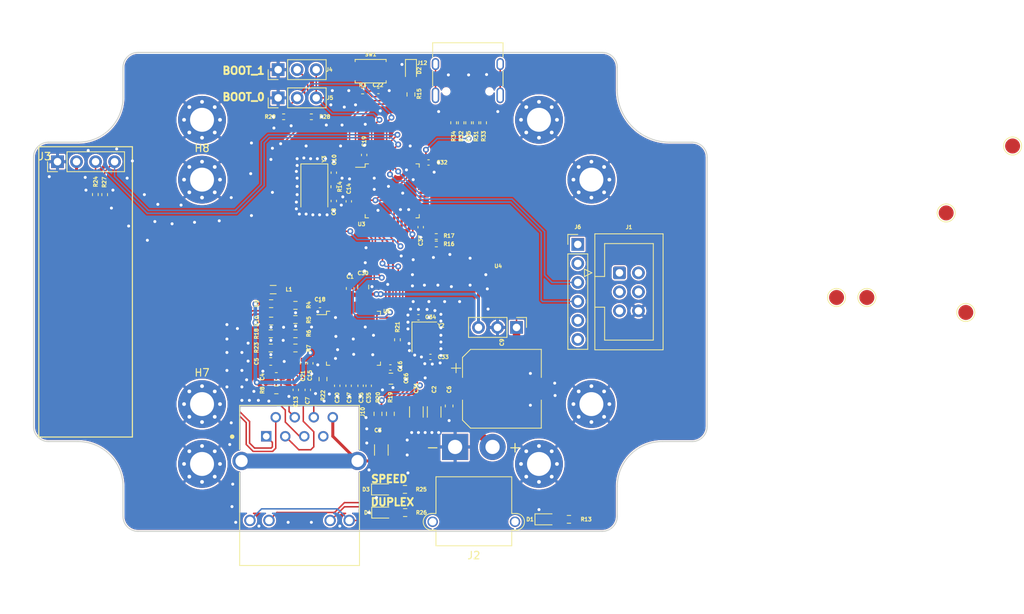
<source format=kicad_pcb>
(kicad_pcb (version 20211014) (generator pcbnew)
  (title_block (title "ethersweep2") (rev "2.0.1") (company "github.com/neumi"))
  (layers (0 "F.Cu" signal) (31 "B.Cu" signal) (34 "B.Paste" user) (35 "F.Paste" user) (36 "B.SilkS" user "B.Silkscreen") (37 "F.SilkS" user "F.Silkscreen") (38 "B.Mask" user) (39 "F.Mask" user) (44 "Edge.Cuts" user))
  (net 0 "")
  (net 1 "GND")
  (net 2 "SCL")
  (net 3 "SDA")
  (net 4 "+3V3")
  (net 5 "MISO")
  (net 6 "SCK")
  (net 7 "MOSI")
  (net 8 "RST_ETHERNET")
  (net 9 "ETHERNET_LED_B")
  (net 10 "ETHERNET_LED_A")
  (net 11 "Net-(R4-Pad2)")
  (net 12 "Net-(R5-Pad2)")
  (net 13 "Net-(R6-Pad2)")
  (net 14 "Net-(R19-Pad2)")
  (net 15 "Net-(R20-Pad2)")
  (net 16 "Net-(C33-Pad2)")
  (net 17 "Net-(C34-Pad1)")
  (net 18 "Net-(C35-Pad1)")
  (net 19 "Net-(C36-Pad1)")
  (net 20 "GND1")
  (net 21 "Net-(R22-Pad2)")
  (net 22 "ETH_INT")
  (net 23 "TC")
  (net 24 "RC")
  (net 25 "RD-")
  (net 26 "RD+")
  (net 27 "+3.3VA")
  (net 28 "TD+")
  (net 29 "TD-")
  (net 30 "Net-(R7-Pad2)")
  (net 31 "Net-(R25-Pad1)")
  (net 32 "Net-(R26-Pad1)")
  (net 33 "Net-(C7-Pad2)")
  (net 34 "Net-(C13-Pad2)")
  (net 47 "+28V")
  (net 48 "Net-(C8-Pad1)")
  (net 49 "Net-(C10-Pad2)")
  (net 50 "rst")
  (net 51 "Net-(D1-Pad2)")
  (net 52 "Net-(D2-Pad2)")
  (net 53 "Net-(D3-Pad2)")
  (net 54 "Net-(D4-Pad2)")
  (net 55 "ESTOP")
  (net 56 "ENDSTOP")
  (net 57 "Net-(J12-PadA4)")
  (net 58 "Net-(J12-PadA5)")
  (net 59 "Net-(J12-PadA6)")
  (net 60 "Net-(J12-PadA7)")
  (net 62 "Net-(J12-PadB5)")
  (net 64 "Net-(R15-Pad2)")
  (net 65 "voltage_detect")
  (net 66 "BOOT_1")
  (net 67 "BOOT_0")
  (net 68 "USB-")
  (net 69 "USB+")
  (net 70 "uC_RX")
  (net 71 "uC_TX")
  (net 84 "unconnected-(J12-PadS1)")
  (net 85 "CS_ETH")
  (net 92 "unconnected-(U3-Pad18)")
  (footprint "Capacitor_SMD:C_0805_2012Metric" (layer "F.Cu") (at 74.775 63.67)
    (fp_text reference "C26")
    (fp_text value "C10uF" hide)
  )
  (footprint "Inductor_SMD:L_0805_2012Metric" (layer "F.Cu") (at 59.05 51.77 180)
    (fp_text reference "L1")
    (fp_text value "L600OHM" hide)
  )
  (footprint "modules:HANRUN_HR911105A" (layer "F.Cu") (at 62.575 77.72 180)
    (fp_text reference "J10")
    (fp_text value "HR911105A")
  )
  (footprint "Connector_PinHeader_2.54mm:PinHeader_1x04_P2.54mm_Vertical" (layer "F.Cu") (at 30.25 34.67 90)
    (fp_text reference "J3")
    (fp_text value "Conn_01x04_Female" hide)
  )
  (footprint "Crystal:Crystal_SMD_3225-4Pin_3.2x2.5mm" (layer "F.Cu") (at 79.235 58.0964 -90)
    (fp_text reference "Y2")
    (fp_text value "Crystal_25MHz" hide)
  )
  (footprint "Capacitor_SMD:C_0402_1005Metric" (layer "F.Cu") (at 70.725 64.62 -90)
    (fp_text reference "C36")
    (fp_text value "C4.7uF" hide)
  )
  (footprint "Package_QFP:LQFP-48_7x7mm_P0.5mm" (layer "F.Cu") (at 69.775 58.27)
    (fp_text reference "U6")
    (fp_text value "W5500" hide)
  )
  (footprint "Capacitor_SMD:C_0402_1005Metric" (layer "F.Cu") (at 71.805 64.62 -90)
    (fp_text reference "C35")
    (fp_text value "C10nF" hide)
  )
  (footprint "Capacitor_SMD:C_0402_1005Metric" (layer "F.Cu") (at 78.45 55.47)
    (fp_text reference "C34")
    (fp_text value "C18pF" hide)
  )
  (footprint "Capacitor_SMD:C_0402_1005Metric" (layer "F.Cu") (at 80.05 60.77)
    (fp_text reference "C33")
    (fp_text value "C18pF" hide)
  )
  (footprint "Capacitor_SMD:C_0805_2012Metric" (layer "F.Cu") (at 71.075 51.42 90)
    (fp_text reference "C30")
    (fp_text value "C10uF" hide)
  )
  (footprint "Resistor_SMD:R_0603_1608Metric" (layer "F.Cu") (at 58.725 59.57)
    (fp_text reference "R23")
    (fp_text value "R49.9" hide)
  )
  (footprint "Resistor_SMD:R_0603_1608Metric" (layer "F.Cu") (at 62.025 59.57)
    (fp_text reference "R7")
    (fp_text value "R33" hide)
  )
  (footprint "Resistor_SMD:R_0603_1608Metric" (layer "F.Cu") (at 62.025 57.67)
    (fp_text reference "R6")
    (fp_text value "R33" hide)
  )
  (footprint "Resistor_SMD:R_0603_1608Metric" (layer "F.Cu") (at 62.025 55.77)
    (fp_text reference "R5")
    (fp_text value "R33" hide)
  )
  (footprint "Resistor_SMD:R_0603_1608Metric" (layer "F.Cu") (at 62.025 53.87)
    (fp_text reference "R4")
    (fp_text value "R33" hide)
  )
  (footprint "Capacitor_SMD:C_0603_1608Metric" (layer "F.Cu") (at 58.725 61.37 180)
    (fp_text reference "C5")
    (fp_text value "C10nF" hide)
  )
  (footprint "Capacitor_SMD:C_0402_1005Metric" (layer "F.Cu") (at 63.675 65.17 90)
    (fp_text reference "C7")
    (fp_text value "C6.8nF" hide)
  )
  (footprint "Capacitor_SMD:C_0402_1005Metric" (layer "F.Cu") (at 62.075 65.17 90)
    (fp_text reference "C13")
    (fp_text value "C6.8nF" hide)
  )
  (footprint "Capacitor_SMD:C_1206_3216Metric" (layer "F.Cu") (at 73.4974 73.2048 90)
    (fp_text reference "C3")
    (fp_text value "C1nF" hide)
  )
  (footprint "Capacitor_SMD:C_0603_1608Metric" (layer "F.Cu") (at 59.475 63.37)
    (fp_text reference "C4")
    (fp_text value "C22nF" hide)
  )
  (footprint "Resistor_SMD:R_0603_1608Metric" (layer "F.Cu") (at 59.475 65.17)
    (fp_text reference "R8")
    (fp_text value "R10" hide)
  )
  (footprint "Resistor_SMD:R_0402_1005Metric" (layer "F.Cu") (at 75.65 58.47 90)
    (fp_text reference "R21")
    (fp_text value "R1M" hide)
  )
  (footprint "Resistor_SMD:R_0603_1608Metric" (layer "F.Cu") (at 65.705 63.72 90)
    (fp_text reference "R22")
    (fp_text value "R12K4" hide)
  )
  (footprint "Resistor_SMD:R_0603_1608Metric" (layer "F.Cu") (at 58.775 53.6468)
    (fp_text reference "R9")
    (fp_text value "R49.9" hide)
  )
  (footprint "Resistor_SMD:R_0603_1608Metric" (layer "F.Cu") (at 58.775 55.97)
    (fp_text reference "R10")
    (fp_text value "R49.9" hide)
  )
  (footprint "Resistor_SMD:R_0603_1608Metric" (layer "F.Cu") (at 58.725 57.67)
    (fp_text reference "R18")
    (fp_text value "R49.9" hide)
  )
  (footprint "LED_SMD:LED_0603_1608Metric" (layer "F.Cu") (at 73.7 81.57)
    (fp_text reference "D4")
    (fp_text value "LED" hide)
  )
  (footprint "Capacitor_SMD:C_0402_1005Metric" (layer "F.Cu") (at 67.605 64.62 -90)
    (fp_text reference "C20")
    (fp_text value "C100nF" hide)
  )
  (footprint "Resistor_SMD:R_0402_1005Metric" (layer "F.Cu") (at 86.15 29.47 -90)
    (fp_text reference "R31")
    (fp_text value "R22" hide)
  )
  (footprint "TestPoint:TestPoint_Pad_D2.0mm" (layer "F.Cu") (at 134.29 52.82)
    (fp_text reference "TP3" hide)
    (fp_text value "RX")
  )
  (footprint "Capacitor_SMD:C_0402_1005Metric" (layer "F.Cu") (at 69.15 39.97 90)
    (fp_text reference "C14")
    (fp_text value "C100nF" hide)
  )
  (footprint "MountingHole:MountingHole_3.2mm_M3_Pad_Via" (layer "F.Cu") (at 101.55 37.07)
    (fp_text reference "H6" hide)
    (fp_text value "MountingHole_Pad" hide)
  )
  (footprint "Resistor_SMD:R_0603_1608Metric" (layer "F.Cu") (at 77.45 25.6825 -90)
    (fp_text reference "R15")
    (fp_text value "R1k" hide)
  )
  (footprint "MountingHole:MountingHole_3.2mm_M3_Pad_Via" (layer "F.Cu") (at 49.55 67.07)
    (fp_text reference "H7")
    (fp_text value "MountingHole_Pad")
  )
  (footprint "Connector_PinHeader_2.54mm:PinHeader_1x03_P2.54mm_Vertical" (layer "F.Cu") (at 91.55 56.82 -90)
    (fp_text reference "U4")
    (fp_text value "DD4012SA")
  )
  (footprint "Capacitor_SMD:C_1206_3216Metric" (layer "F.Cu") (at 78.175 68.12 -90)
    (fp_text reference "C31")
    (fp_text value "C10uF" hide)
  )
  (footprint "Resistor_SMD:R_0603_1608Metric" (layer "F.Cu") (at 74.7 68.37 90)
    (fp_text reference "R19")
    (fp_text value "R330" hide)
  )
  (footprint "MountingHole:MountingHole_3.2mm_M3_Pad_Via" (layer "F.Cu") (at 49.55 29.07)
    (fp_text reference "H1" hide)
    (fp_text value "MountingHole_Pad" hide)
  )
  (footprint "Resistor_SMD:R_0603_1608Metric" (layer "F.Cu") (at 76.65 78.47 180)
    (fp_text reference "R25")
    (fp_text value "R330" hide)
  )
  (footprint "Capacitor_SMD:C_0402_1005Metric" (layer "F.Cu") (at 63.0326 61.6224 -90)
    (fp_text reference "C21")
    (fp_text value "C100nF" hide)
  )
  (footprint "Capacitor_SMD:C_0402_1005Metric" (layer "F.Cu") (at 74.705 62.17)
    (fp_text reference "C16")
    (fp_text value "C100nF" hide)
  )
  (footprint "Capacitor_SMD:C_0402_1005Metric" (layer "F.Cu") (at 79.8 34.77)
    (fp_text reference "C32")
    (fp_text value "C100nF" hide)
  )
  (footprint "Connector_USB:USB_C_Receptacle_HRO_TYPE-C-31-M-12" (layer "F.Cu") (at 85.05 22.67 180)
    (fp_text reference "J12")
    (fp_text value "USB_C_Receptacle_USB2.0" hide)
  )
  (footprint "Connector_IDC:IDC-Header_2x03_P2.54mm_Vertical" (layer "F.Cu") (at 105.2975 49.525)
    (fp_text reference "J1")
    (fp_text value "AVR-ISP-6" hide)
  )
  (footprint "MountingHole:MountingHole_3.2mm_M3_Pad_Via" (layer "F.Cu") (at 94.55 29.07)
    (fp_text reference "H3" hide)
    (fp_text value "MountingHole_Pad" hide)
  )
  (footprint "Resistor_SMD:R_0402_1005Metric" (layer "F.Cu") (at 60.45 28.67)
    (fp_text reference "R29")
    (fp_text value "R10k" hide)
  )
  (footprint "Resistor_SMD:R_0402_1005Metric" (layer "F.Cu") (at 67.15 38.02 -90)
    (fp_text reference "R14")
    (fp_text value "R1M" hide)
  )
  (footprint "Capacitor_SMD:CP_Elec_10x10" (layer "F.Cu") (at 89.6 65.02)
    (fp_text reference "C9")
    (fp_text value "330uF" hide)
  )
  (footprint "Capacitor_SMD:C_0402_1005Metric" (layer "F.Cu") (at 71.2 33.77 90)
    (fp_text reference "C19")
    (fp_text value "C100nF" hide)
  )
  (footprint "Resistor_SMD:R_0603_1608Metric" (layer "F.Cu") (at 73.05 68.37 90)
    (fp_text reference "R20")
    (fp_text value "R330" hide)
  )
  (footprint "LED_SMD:LED_0603_1608Metric" (layer "F.Cu") (at 95.5 82.47)
    (fp_text reference "D1")
    (fp_text value "LED" hide)
  )
  (footprint "TestPoint:TestPoint_Pad_D2.0mm" (layer "F.Cu") (at 138.34 52.82)
    (fp_text reference "TP1" hide)
    (fp_text value "3.3V")
  )
  (footprint "Resistor_SMD:R_0402_1005Metric" (layer "F.Cu") (at 35.3 39.06 90)
    (fp_text reference "R24")
    (fp_text value "R10k" hide)
  )
  (footprint "MountingHole:MountingHole_3.2mm_M3_Pad_Via" (layer "F.Cu") (at 94.55 75.07)
    (fp_text reference "H4" hide)
    (fp_text value "MountingHole_Pad" hide)
  )
  (footprint "Package_QFP:LQFP-48_7x7mm_P0.5mm" (layer "F.Cu") (at 74.95 38.57)
    (fp_text reference "U3")
    (fp_text value "STM32F103C8Tx" hide)
  )
  (footprint "Capacitor_SMD:C_0402_1005Metric" (layer "F.Cu") (at 64.005 61.62 -90)
    (fp_text reference "C15")
    (fp_text value "C100nF" hide)
  )
  (footprint "Connector_PinHeader_2.54mm:PinHeader_1x03_P2.54mm_Vertical" (layer "F.Cu") (at 59.717461 22.367539 90)
    (fp_text reference "J4")
    (fp_text value "Conn_01x03_Male" hide)
  )
  (footprint "Crystal:Crystal_SMD_5032-2Pin_5.0x3.2mm" (layer "F.Cu") (at 64.55 38.02 -90)
    (fp_text reference "Y3")
    (fp_text value "Crystal" hide)
  )
  (footprint "Resistor_SMD:R_0402_1005Metric" (layer "F.Cu") (at 36.55 39.07 90)
    (fp_text reference "R27")
    (fp_text value "R10k" hide)
  )
  (footprint "TestPoint:TestPoint_Pad_D2.0mm" (layer "F.Cu") (at 157.8 32.57)
    (fp_text reference "TP4" hide)
    (fp_text value "TX")
  )
  (footprint "Connector_AMASS:AMASS_XT30PW-M_1x02_P2.50mm_Horizontal" (layer "F.Cu") (at 83.35 72.795 180)
    (fp_text reference "J2")
    (fp_text value "Conn_01x02_Male" hide)
  )
  (footprint "TestPoint:TestPoint_Pad_D2.0mm" (layer "F.Cu") (at 151.55 54.82)
    (fp_text reference "TP7" hide)
    (fp_text value "RST")
  )
  (footprint "Resistor_SMD:R_0402_1005Metric" (layer "F.Cu") (at 80.84 45.67 180)
    (fp_text reference "R16")
    (fp_text value "R10k" hide)
  )
  (footprint "Resistor_SMD:R_0402_1005Metric" (layer "F.Cu") (at 80.83 44.67)
    (fp_text reference "R17")
    (fp_text value "R1k" hide)
  )
  (footprint "Resistor_SMD:R_0402_1005Metric" (layer "F.Cu") (at 71 25.22)
    (fp_text reference "R3")
    (fp_text value "R10k" hide)
  )
  (footprint "MountingHole:MountingHole_3.2mm_M3_Pad_Via" (layer "F.Cu") (at 49.55 75.07)
    (fp_text reference "H2" hide)
    (fp_text value "MountingHole_Pad" hide)
  )
  (footprint "Capacitor_SMD:C_0402_1005Metric" (layer "F.Cu") (at 67.15 39.92 -90)
    (fp_text reference "C8")
    (fp_text value "C22pF" hide)
  )
  (footprint "Resistor_SMD:R_0603_1608Metric" (layer "F.Cu") (at 98.55 82.47 180)
    (fp_text reference "R13")
    (fp_text value "R330" hide)
  )
  (footprint "TestPoint:TestPoint_Pad_D2.0mm" (layer "F.Cu") (at 148.93 41.52)
    (fp_text reference "TP2" hide)
    (fp_text value "GND")
  )
  (footprint "LED_SMD:LED_0603_1608Metric" (layer "F.Cu") (at 73.675 78.47)
    (fp_text reference "D3")
    (fp_text value "LED" hide)
  )
  (footprint "Capacitor_SMD:C_0402_1005Metric" (layer "F.Cu") (at 78.75 43.42 -90)
    (fp_text reference "C37")
    (fp_text value "C100nF" hide)
  )
  (footprint "Resistor_SMD:R_0402_1005Metric" (layer "F.Cu") (at 64.15 28.67 180)
    (fp_text reference "R28")
    (fp_text value "R10k" hide)
  )
  (footprint "Capacitor_SMD:C_0402_1005Metric" (layer "F.Cu") (at 67.15 36.14 -90)
    (fp_text reference "C10")
    (fp_text value "C22pF" hide)
  )
  (footprint "Resistor_SMD:R_0402_1005Metric" (layer "F.Cu") (at 87.15 29.47 -90)
    (fp_text reference "R33")
    (fp_text value "R5.1k" hide)
  )
  (footprint "Resistor_SMD:R_0603_1608Metric" (layer "F.Cu") (at 76.675 81.57 180)
    (fp_text reference "R26")
    (fp_text value "R330" hide)
  )
  (footprint "Resistor_SMD:R_0402_1005Metric" (layer "F.Cu") (at 85.15 29.47 -90)
    (fp_text reference "R35")
    (fp_text value "R1.5k" hide)
  )
  (footprint "Capacitor_SMD:C_0402_1005Metric" (layer "F.Cu") (at 65.305 53.82 180)
    (fp_text reference "C18")
    (fp_text value "C100nF" hide)
  )
  (footprint "Resistor_SMD:R_0402_1005Metric" (layer "F.Cu") (at 83.15 29.47 -90)
    (fp_text reference "R34")
    (fp_text value "R5.1k" hide)
  )
  (footprint "LED_SMD:LED_0603_1608Metric" (layer "F.Cu") (at 77.45 22.495 -90)
    (fp_text reference "D2")
    (fp_text value "LED" hide)
  )
  (footprint "MountingHole:MountingHole_3.2mm_M3_Pad_Via" (layer "F.Cu") (at 101.55 67.07)
    (fp_text reference "H5" hide)
    (fp_text value "MountingHole_Pad" hide)
  )
  (footprint "Resistor_SMD:R_0402_1005Metric" (layer "F.Cu") (at 84.15 29.47 -90)
    (fp_text reference "R32")
    (fp_text value "R22" hide)
  )
  (footprint "MountingHole:MountingHole_3.2mm_M3_Pad_Via" (layer "F.Cu") (at 49.55 37.07)
    (fp_text reference "H8")
    (fp_text value "MountingHole_Pad")
  )
  (footprint "Capacitor_SMD:C_0402_1005Metric" (layer "F.Cu") (at 73.1 25.22 180)
    (fp_text reference "C22")
    (fp_text value "C100nF" hide)
  )
  (footprint "Capacitor_SMD:C_0603_1608Metric" (layer "F.Cu") (at 82.55 67.32 -90)
    (fp_text reference "C6")
    (fp_text value "C100nF" hide)
  )
  (footprint "Capacitor_SMD:C_1206_3216Metric" (layer "F.Cu") (at 80.55 68.12 -90)
    (fp_text reference "C2")
    (fp_text value "C4.7uF" hide)
  )
  (footprint "Connector_PinHeader_2.54mm:PinHeader_1x03_P2.54mm_Vertical" (layer "F.Cu") (at 59.719511 26.136361 90)
    (fp_text reference "J5")
    (fp_text value "Conn_01x03_Male" hide)
  )
  (footprint "Capacitor_SMD:C_0603_1608Metric" (layer "F.Cu") (at 69.3318 51.6148 90)
    (fp_text reference "C1")
    (fp_text value "C100nF" hide)
  )
  (footprint "Button_Switch_SMD:SW_Push_SPST_NO_Alps_SKRK" (layer "F.Cu") (at 72.07 22.57)
    (fp_text reference "SW1")
    (fp_text value "SW_Push" hide)
  )
  (footprint "Connector_PinHeader_2.54mm:PinHeader_1x06_P2.54mm_Vertical" (layer "F.Cu") (at 99.7325 45.725)
    (fp_text reference "J6")
    (fp_text value "Conn_01x06_Female" hide)
  )
  (footprint "Capacitor_SMD:C_0402_1005Metric" (layer "F.Cu") (at 69.125904 64.62 -90)
    (fp_text reference "C17")
    (fp_text value "C100nF" hide)
  )
  (gr_line (start 27.75 32.67) (end 27.75 71.47) (layer "F.SilkS") (width 0.15))
  (gr_line (start 40.25 32.67) (end 27.75 32.67) (layer "F.SilkS") (width 0.15))
  (gr_line (start 40.25 71.47) (end 40.25 32.67) (layer "F.SilkS") (width 0.15))
  (gr_line (start 27.75 71.47) (end 40.25 71.47) (layer "F.SilkS") (width 0.15))
  (gr_arc (start 38.999747 26.07) (mid 37.26013 30.294911) (end 33.05 32.07) (layer "Edge.Cuts") (width 0.15))
  (gr_line (start 41.05 20.07) (end 103.05 20.07) (layer "Edge.Cuts") (width 0.15))
  (gr_arc (start 114.999747 32.07) (mid 116.413961 32.655786) (end 116.999747 34.07) (layer "Edge.Cuts") (width 0.15))
  (gr_arc (start 116.999747 70.07) (mid 116.431654 71.46656) (end 115.05 72.07) (layer "Edge.Cuts") (width 0.15))
  (gr_line (start 104.999747 82.07) (end 104.999747 78.07) (layer "Edge.Cuts") (width 0.15))
  (gr_line (start 27.050001 34.070001) (end 27.05 70.07) (layer "Edge.Cuts") (width 0.15))
  (gr_line (start 116.999747 34.07) (end 116.999747 70.07) (layer "Edge.Cuts") (width 0.15))
  (gr_arc (start 32.999747 72.07) (mid 37.242388 73.827359) (end 38.999747 78.07) (layer "Edge.Cuts") (width 0.15))
  (gr_arc (start 40.999747 84.07) (mid 39.585533 83.484214) (end 38.999747 82.07) (layer "Edge.Cuts") (width 0.15))
  (gr_arc (start 111.999747 32.07) (mid 107.05 30.019747) (end 104.999747 25.07) (layer "Edge.Cuts") (width 0.15))
  (gr_arc (start 29.05 72.07) (mid 27.635786 71.484214) (end 27.05 70.07) (layer "Edge.Cuts") (width 0.15))
  (gr_arc (start 104.999747 82.07) (mid 104.413961 83.484214) (end 102.999747 84.07) (layer "Edge.Cuts") (width 0.15))
  (gr_line (start 111.05 72.07) (end 115.05 72.07) (layer "Edge.Cuts") (width 0.15))
  (gr_line (start 111.999747 32.07) (end 114.999747 32.07) (layer "Edge.Cuts") (width 0.15))
  (gr_line (start 32.999747 72.07) (end 29.05 72.07) (layer "Edge.Cuts") (width 0.15))
  (gr_line (start 40.999747 84.07) (end 102.999747 84.07) (layer "Edge.Cuts") (width 0.15))
  (gr_line (start 38.999747 78.07) (end 38.999747 82.07) (layer "Edge.Cuts") (width 0.15))
  (gr_arc (start 38.999747 22.07) (mid 39.60337 20.637905) (end 41.05 20.07) (layer "Edge.Cuts") (width 0.15))
  (gr_arc (start 104.999747 78.07) (mid 106.774896 73.809553) (end 111.05 72.07) (layer "Edge.Cuts") (width 0.15))
  (gr_line (start 38.999747 26.07) (end 38.999747 22.07) (layer "Edge.Cuts") (width 0.15))
  (gr_line (start 104.999747 22.07) (end 104.999747 25.07) (layer "Edge.Cuts") (width 0.15))
  (gr_line (start 29.05 32.07) (end 33.05 32.07) (layer "Edge.Cuts") (width 0.15))
  (gr_arc (start 27.050001 34.070001) (mid 27.635787 32.655787) (end 29.050001 32.070001) (layer "Edge.Cuts") (width 0.15))
  (gr_arc (start 103.05 20.07) (mid 104.431655 20.67344) (end 104.999747 22.07) (layer "Edge.Cuts") (width 0.15))
  (gr_text "DUPLEX" (at 74.975 80.17) (layer "F.SilkS") (effects (font (size 1 1) (thickness 0.25))))
  (gr_text "BOOT_1" (at 55.09795 22.501178) (layer "F.SilkS") (effects (font (size 1 1) (thickness 0.25))))
  (gr_text "SPEED" (at 74.55 77.07) (layer "F.SilkS") (effects (font (size 1 1) (thickness 0.25))))
  (gr_text "BOOT_0" (at 55.1 26.02) (layer "F.SilkS") (effects (font (size 1 1) (thickness 0.25))))
  (segment (start 59.5 61.37) (end 60.525 61.37) (width 0.2) (layer "F.Cu") (net 1))
  (segment (start 64.175 56.77) (end 64.175 56.77) (width 0.2) (layer "F.Cu") (net 1))
  (segment (start 65.02501 56.56999) (end 64.37501 56.56999) (width 0.2) (layer "F.Cu") (net 1))
  (segment (start 65.075 56.52) (end 65.02501 56.56999) (width 0.2) (layer "F.Cu") (net 1))
  (segment (start 67.525 62.4325) (end 67.525 61.12) (width 0.25) (layer "F.Cu") (net 1))
  (segment (start 67.375 60.404315) (end 66.490685 59.52) (width 0.2) (layer "F.Cu") (net 1))
  (segment (start 75.725 63.67) (end 75.725 64.02) (width 0.25) (layer "F.Cu") (net 1))
  (segment (start 58 62.67) (end 58.7 63.37) (width 0.2) (layer "F.Cu") (net 1))
  (segment (start 66.490685 59.52) (end 65.6125 59.52) (width 0.2) (layer "F.Cu") (net 1))
  (segment (start 67.375 60.97) (end 67.375 60.404315) (width 0.2) (layer "F.Cu") (net 1))
  (segment (start 67.525 61.12) (end 67.375 60.97) (width 0.25) (layer "F.Cu") (net 1))
  (segment (start 76.675 63.67) (end 76.775 63.77) (width 0.25) (layer "F.Cu") (net 1))
  (segment (start 57.675 62.67) (end 57.85 62.67) (width 0.5) (layer "F.Cu") (net 1))
  (segment (start 59.5 61.37) (end 59.5 61.545) (width 0.2) (layer "F.Cu") (net 1))
  (segment (start 75.725 63.67) (end 76.675 63.67) (width 0.25) (layer "F.Cu") (net 1))
  (segment (start 65.6125 56.52) (end 65.075 56.52) (width 0.2) (layer "F.Cu") (net 1))
  (segment (start 57.85 62.67) (end 58.45 63.27) (width 0.5) (layer "F.Cu") (net 1))
  (segment (start 57.675 62.67) (end 58 62.67) (width 0.2) (layer "F.Cu") (net 1))
  (segment (start 64.37501 56.56999) (end 64.175 56.77) (width 0.2) (layer "F.Cu") (net 1))
  (via (at 60.525 61.37) (size 0.8) (drill 0.4) (layers "F.Cu" "B.Cu") (net 1))
  (via (at 81.45 55.07) (size 0.8) (drill 0.4) (layers "F.Cu" "B.Cu") (net 1))
  (via (at 72.45 57.87) (size 0.8) (drill 0.4) (layers "F.Cu" "B.Cu") (net 1))
  (via (at 48.55 42.77) (size 0.8) (drill 0.4) (layers "F.Cu" "B.Cu") (net 1))
  (via (at 62.15 35.97) (size 0.8) (drill 0.4) (layers "F.Cu" "B.Cu") (net 1))
  (via (at 79.3 61.67) (size 0.8) (drill 0.4) (layers "F.Cu" "B.Cu") (net 1))
  (via (at 57.15 83.37) (size 0.8) (drill 0.4) (layers "F.Cu" "B.Cu") (net 1))
  (via (at 87.55 23.02) (size 0.8) (drill 0.4) (layers "F.Cu" "B.Cu") (net 1))
  (via (at 66.15 29.77) (size 0.8) (drill 0.4) (layers "F.Cu" "B.Cu") (net 1))
  (via (at 67.95 83.37) (size 0.8) (drill 0.4) (layers "F.Cu" "B.Cu") (net 1))
  (via (at 71.35 29.67) (size 0.8) (drill 0.4) (layers "F.Cu" "B.Cu") (net 1))
  (via (at 52.875 62.57) (size 0.8) (drill 0.4) (layers "F.Cu" "B.Cu") (net 1))
  (via (at 78.45 70.87) (size 0.8) (drill 0.4) (layers "F.Cu" "B.Cu") (net 1))
  (via (at 60.4418 56.7964) (size 0.8) (drill 0.4) (layers "F.Cu" "B.Cu") (net 1))
  (via (at 60.391 58.549) (size 0.8) (drill 0.4) (layers "F.Cu" "B.Cu") (net 1))
  (via (at 67.15 34.67) (size 0.8) (drill 0.4) (layers "F.Cu" "B.Cu") (net 1))
  (via (at 63.45 32.57) (size 0.8) (drill 0.4) (layers "F.Cu" "B.Cu") (net 1))
  (via (at 73.25 70.57) (size 0.8) (drill 0.4) (layers "F.Cu" "B.Cu") (net 1))
  (via (at 69.25 36.97) (size 0.8) (drill 0.4) (layers "F.Cu" "B.Cu") (net 1))
  (via (at 79.35 70.87) (size 0.8) (drill 0.4) (layers "F.Cu" "B.Cu") (net 1))
  (via (at 71.85 75.87) (size 0.8) (drill 0.4) (layers "F.Cu" "B.Cu") (net 1))
  (via (at 66.95 25.17) (size 0.8) (drill 0.4) (layers "F.Cu" "B.Cu") (net 1))
  (via (at 73.05 41.17) (size 0.8) (drill 0.4) (layers "F.Cu" "B.Cu") (net 1))
  (via (at 77.25 59.92) (size 0.8) (drill 0.4) (layers "F.Cu" "B.Cu") (net 1))
  (via (at 64.175 56.77) (size 0.8) (drill 0.4) (layers "F.Cu" "B.Cu") (net 1))
  (via (at 37.45 40.87) (size 0.8) (drill 0.4) (layers "F.Cu" "B.Cu") (net 1))
  (via (at 76.25 21.67) (size 0.8) (drill 0.4) (layers "F.Cu" "B.Cu") (net 1))
  (via (at 42.25 45.17) (size 0.8) (drill 0.4) (layers "F.Cu" "B.Cu") (net 1))
  (via (at 79.35 63.57) (size 0.8) (drill 0.4) (layers "F.Cu" "B.Cu") (net 1))
  (via (at 65.25 41.77) (size 0.8) (drill 0.4) (layers "F.Cu" "B.Cu") (net 1))
  (via (at 81.45 58.77) (size 0.8) (drill 0.4) (layers "F.Cu" "B.Cu") (net 1))
  (via (at 96.7 65.92) (size 0.8) (drill 0.4) (layers "F.Cu" "B.Cu") (net 1))
  (via (at 80.55 36.07) (size 0.8) (drill 0.4) (layers "F.Cu" "B.Cu") (net 1))
  (via (at 71.35 56.77) (size 0.8) (drill 0.4) (layers "F.Cu" "B.Cu") (net 1))
  (via (at 56.15 32.17) (size 0.8) (drill 0.4) (layers "F.Cu" "B.Cu") (net 1))
  (via (at 74.55 25.17) (size 0.8) (drill 0.4) (layers "F.Cu" "B.Cu") (net 1))
  (via (at 77.95 60.52) (size 0.8) (drill 0.4) (layers "F.Cu" "B.Cu") (net 1))
  (via (at 55.505 63.82) (size 0.8) (drill 0.4) (layers "F.Cu" "B.Cu") (net 1))
  (via (at 82.65 47.07) (size 0.8) (drill 0.4) (layers "F.Cu" "B.Cu") (net 1))
  (via (at 64.35 41.77) (size 0.8) (drill 0.4) (layers "F.Cu" "B.Cu") (net 1))
  (via (at 77.75 37.07) (size 0.8) (drill 0.4) (layers "F.Cu" "B.Cu") (net 1))
  (via (at 66.75 27.07) (size 0.8) (drill 0.4) (layers "F.Cu" "B.Cu") (net 1))
  (via (at 45.55 42.97) (size 0.8) (drill 0.4) (layers "F.Cu" "B.Cu") (net 1))
  (via (at 72.55 38.37) (size 0.8) (drill 0.4) (layers "F.Cu" "B.Cu") (net 1))
  (via (at 53.45 39.47) (size 0.8) (drill 0.4) (layers "F.Cu" "B.Cu") (net 1))
  (via (at 64.95 34.27) (size 0.8) (drill 0.4) (layers "F.Cu" "B.Cu") (net 1))
  (via (at 64.05 34.27) (size 0.8) (drill 0.4) (layers "F.Cu" "B.Cu") (net 1))
  (via (at 76.95 73.87) (size 0.8) (drill 0.4) (layers "F.Cu" "B.Cu") (net 1))
  (via (at 62.15 40.07) (size 0.8) (drill 0.4) (layers "F.Cu" "B.Cu") (net 1))
  (via (at 79.6 54.42) (size 0.8) (drill 0.4) (layers "F.Cu" "B.Cu") (net 1))
  (via (at 79.85 53.37) (size 0.8) (drill 0.4) (layers "F.Cu" "B.Cu") (net 1))
  (via (at 40.25 34.57) (size 0.8) (drill 0.4) (layers "F.Cu" "B.Cu") (net 1))
  (via (at 74.35 51.07) (size 0.8) (drill 0.4) (layers "F.Cu" "B.Cu") (net 1))
  (via (at 70.05 27.07) (size 0.8) (drill 0.4) (layers "F.Cu" "B.Cu") (net 1))
  (via (at 79.85 55.47) (size 0.8) (drill 0.4) (layers "F.Cu" "B.Cu") (net 1))
  (via (at 81.95 53.37) (size 0.8) (drill 0.4) (layers "F.Cu" "B.Cu") (net 1))
  (via (at 80.45 47.47) (size 0.8) (drill 0.4) (layers "F.Cu" "B.Cu") (net 1))
  (via (at 51.85 42.57) (size 0.8) (drill 0.4) (layers "F.Cu" "B.Cu") (net 1))
  (via (at 89.05 27.97) (size 0.8) (drill 0.4) (layers "F.Cu" "B.Cu") (net 1))
  (via (at 62.55 41.67) (size 0.8) (drill 0.4) (layers "F.Cu" "B.Cu") (net 1))
  (via (at 65.005 61.82) (size 0.8) (drill 0.4) (layers "F.Cu" "B.Cu") (net 1))
  (via (at 62.25 34.27) (size 0.8) (drill 0.4) (layers "F.Cu" "B.Cu") (net 1))
  (via (at 71.25 49.27) (size 0.8) (drill 0.4) (layers "F.Cu" "B.Cu") (net 1))
  (via (at 81.15 34.77) (size 0.8) (drill 0.4) (layers "F.Cu" "B.Cu") (net 1))
  (via (at 56.15 41.87) (size 0.8) (drill 0.4) (layers "F.Cu" "B.Cu") (net 1))
  (via (at 66.555 65.72) (size 0.8) (drill 0.4) (layers "F.Cu" "B.Cu") (net 1))
  (via (at 72.35 60.47) (size 0.8) (drill 0.4) (layers "F.Cu" "B.Cu") (net 1))
  (via (at 72.85 79.57) (size 0.8) (drill 0.4) (layers "F.Cu" "B.Cu") (net 1))
  (via (at 69.15 25.17) (size 0.8) (drill 0.4) (layers "F.Cu" "B.Cu") (net 1))
  (via (at 62.25 37.97) (size 0.8) (drill 0.4) (layers "F.Cu" "B.Cu") (net 1))
  (via (at 71.55 72.27) (size 0.8) (drill 0.4) (layers "F.Cu" "B.Cu") (net 1))
  (via (at 58.74 60.454) (size 0.8) (drill 0.4) (layers "F.Cu" "B.Cu") (net 1))
  (via (at 58.75 34.37) (size 0.8) (drill 0.4) (layers "F.Cu" "B.Cu") (net 1))
  (via (at 77.05 76.27) (size 0.8) (drill 0.4) (layers "F.Cu" "B.Cu") (net 1))
  (via (at 54.875 62.57) (size 0.8) (drill 0.4) (layers "F.Cu" "B.Cu") (net 1))
  (via (at 62.15 40.97) (size 0.8) (drill 0.4) (layers "F.Cu" "B.Cu") (net 1))
  (via (at 68.25 36.87) (size 0.8) (drill 0.4) (layers "F.Cu" "B.Cu") (net 1))
  (via (at 74.45 37.97) (size 0.8) (drill 0.4) (layers "F.Cu" "B.Cu") (net 1))
  (via (at 85.35 47.57) (size 0.8) (drill 0.4) (layers "F.Cu" "B.Cu") (net 1))
  (via (at 62.042 56.644) (size 0.8) (drill 0.4) (layers "F.Cu" "B.Cu") (net 1))
  (via (at 77.4 54.37) (size 0.8) (drill 0.4) (layers "F.Cu" "B.Cu") (net 1))
  (via (at 54.875 60.17) (size 0.8) (drill 0.4) (layers "F.Cu" "B.Cu") (net 1))
  (via (at 71.45 68.87) (size 0.8) (drill 0.4) (layers "F.Cu" "B.Cu") (net 1))
  (via (at 60.05 32.27) (size 0.8) (drill 0.4) (layers "F.Cu" "B.Cu") (net 1))
  (via (at 41.85 39.07) (size 0.8) (drill 0.4) (layers "F.Cu" "B.Cu") (net 1))
  (via (at 87.45 49.77) (size 0.8) (drill 0.4) (layers "F.Cu" "B.Cu") (net 1))
  (via (at 80.25 70.87) (size 0.8) (drill 0.4) (layers "F.Cu" "B.Cu") (net 1))
  (via (at 68.25 29.77) (size 0.8) (drill 0.4) (layers "F.Cu" "B.Cu") (net 1))
  (via (at 54.875 64.77) (size 0.8) (drill 0.4) (layers "F.Cu" "B.Cu") (net 1))
  (via (at 81.45 55.97) (size 0.8) (drill 0.4) (layers "F.Cu" "B.Cu") (net 1))
  (via (at 76.775 63.77) (size 0.8) (drill 0.4) (layers "F.Cu" "B.Cu") (net 1))
  (via (at 54.875 66.57) (size 0.8) (drill 0.4) (layers "F.Cu" "B.Cu") (net 1))
  (via (at 63.45 41.67) (size 0.8) (drill 0.4) (layers "F.Cu" "B.Cu") (net 1))
  (via (at 78.85 60.77) (size 0.8) (drill 0.4) (layers "F.Cu" "B.Cu") (net 1))
  (via (at 69.205 66.02) (size 0.8) (drill 0.4) (layers "F.Cu" "B.Cu") (net 1))
  (via (at 76.85 35.77) (size 0.8) (drill 0.4) (layers "F.Cu" "B.Cu") (net 1))
  (via (at 58.95 32.87) (size 0.8) (drill 0.4) (layers "F.Cu" "B.Cu") (net 1))
  (via (at 46.75 40.47) (size 0.8) (drill 0.4) (layers "F.Cu" "B.Cu") (net 1))
  (via (at 93.4 67.22) (size 0.8) (drill 0.4) (layers "F.Cu" "B.Cu") (net 1))
  (via (at 38.15 32.97) (size 0.8) (drill 0.4) (layers "F.Cu" "B.Cu") (net 1))
  (via (at 62.25 39.07) (size 0.8) (drill 0.4) (layers "F.Cu" "B.Cu") (net 1))
  (via (at 57.675 62.67) (size 0.8) (drill 0.4) (layers "F.Cu" "B.Cu") (net 1))
  (via (at 77.55 70.87) (size 0.8) (drill 0.4) (layers "F.Cu" "B.Cu") (net 1))
  (via (at 62.25 35.17) (size 0.8) (drill 0.4) (layers "F.Cu" "B.Cu") (net 1))
  (via (at 77.75 53.37) (size 0.8) (drill 0.4) (layers "F.Cu" "B.Cu") (net 1))
  (via (at 65.005 54.72) (size 0.8) (drill 0.4) (layers "F.Cu" "B.Cu") (net 1))
  (via (at 52.875 58.37) (size 0.8) (drill 0.4) (layers "F.Cu" "B.Cu") (net 1))
  (via (at 56.05 36.27) (size 0.8) (drill 0.4) (layers "F.Cu" "B.Cu") (net 1))
  (via (at 77.05 57.02) (size 0.8) (drill 0.4) (layers "F.Cu" "B.Cu") (net 1))
  (via (at 55.705 58.92) (size 0.8) (drill 0.4) (layers "F.Cu" "B.Cu") (net 1))
  (via (at 82.55 69.27) (size 0.8) (drill 0.4) (layers "F.Cu" "B.Cu") (net 1))
  (via (at 76.35 38.87) (size 0.8) (drill 0.4) (layers "F.Cu" "B.Cu") (net 1))
  (via (at 73.35 27.87) (size 0.8) (drill 0.4) (layers "F.Cu" "B.Cu") (net 1))
  (via (at 64.205 63.02) (size 0.8) (drill 0.4) (layers "F.Cu" "B.Cu") (net 1))
  (via (at 85.15 23.07) (size 0.8) (drill 0.4) (layers "F.Cu" "B.Cu") (net 1))
  (via (at 58.95 38.77) (size 0.8) (drill 0.4) (layers "F.Cu" "B.Cu") (net 1))
  (via (at 85.35 51.17) (size 0.8) (drill 0.4) (layers "F.Cu" "B.Cu") (net 1))
  (via (at 67.6554 59.7936) (size 0.8) (drill 0.4) (layers "F.Cu" "B.Cu") (net 1))
  (via (at 62.042 54.866) (size 0.8) (drill 0.4) (layers "F.Cu" "B.Cu") (net 1))
  (via (at 96.65 64.27) (size 0.8) (drill 0.4) (layers "F.Cu" "B.Cu") (net 1))
  (via (at 77.75 47.77) (size 0.8) (drill 0.4) (layers "F.Cu" "B.Cu") (net 1))
  (via (at 72.55 36.87) (size 0.8) (drill 0.4) (layers "F.Cu" "B.Cu") (net 1))
  (via (at 68.55 27.37) (size 0.8) (drill 0.4) (layers "F.Cu" "B.Cu") (net 1))
  (via (at 53.65 77.77) (size 0.8) (drill 0.4) (layers "F.Cu" "B.Cu") (net 1))
  (via (at 64.15 82.87) (size 0.8) (drill 0.4) (layers "F.Cu" "B.Cu") (net 1))
  (via (at 81.45 57.87) (size 0.8) (drill 0.4) (layers "F.Cu" "B.Cu") (net 1))
  (via (at 72.25 51.37) (size 0.8) (drill 0.4) (layers "F.Cu" "B.Cu") (net 1))
  (via (at 39.75 43.27) (size 0.8) (drill 0.4) (layers "F.Cu" "B.Cu") (net 1))
  (via (at 53.25 72.47) (size 0.8) (drill 0.4) (layers "F.Cu" "B.Cu") (net 1))
  (via (at 77.2 58.97) (size 0.8) (drill 0.4) (layers "F.Cu" "B.Cu") (net 1))
  (via (at 67.376 55.501) (size 0.8) (drill 0.4) (layers "F.Cu" "B.Cu") (net 1))
  (via (at 55.705 61.32) (size 0.8) (drill 0.4) (layers "F.Cu" "B.Cu") (net 1))
  (via (at 58.74 58.549) (size 0.8) (drill 0.4) (layers "F.Cu" "B.Cu") (net 1))
  (via (at 76.95 71.87) (size 0.8) (drill 0.4) (layers "F.Cu" "B.Cu") (net 1))
  (via (at 61.153 66.042) (size 0.8) (drill 0.4) (layers "F.Cu" "B.Cu") (net 1))
  (via (at 78.45 54.42) (size 0.8) (drill 0.4) (layers "F.Cu" "B.Cu") (net 1))
  (via (at 57.075 66.57) (size 0.8) (drill 0.4) (layers "F.Cu" "B.Cu") (net 1))
  (via (at 77.15 41.07) (size 0.8) (drill 0.4) (layers "F.Cu" "B.Cu") (net 1))
  (via (at 83.95 53.37) (size 0.8) (drill 0.4) (layers "F.Cu" "B.Cu") (net 1))
  (via (at 64.709 65.661) (size 0.8) (drill 0.4) (layers "F.Cu" "B.Cu") (net 1))
  (via (at 59.15 30.17) (size 0.8) (drill 0.4) (layers "F.Cu" "B.Cu") (net 1))
  (via (at 67.425 58.02) (size 0.8) (drill 0.4) (layers "F.Cu" "B.Cu") (net 1))
  (via (at 77.35 32.57) (size 0.8) (drill 0.4) (layers "F.Cu" "B.Cu") (net 1))
  (via (at 58.475 66.67) (size 0.8) (drill 0.4) (layers "F.Cu" "B.Cu") (net 1))
  (via (at 81.15 70.87) (size 0.8) (drill 0.4) (layers "F.Cu" "B.Cu") (net 1))
  (via (at 87.75 54.37) (size 0.8) (drill 0.4) (layers "F.Cu" "B.Cu") (net 1))
  (via (at 80.3 61.72) (size 0.8) (drill 0.4) (layers "F.Cu" "B.Cu") (net 1))
  (via (at 82.85 51.37) (size 0.8) (drill 0.4) (layers "F.Cu" "B.Cu") (net 1))
  (via (at 69.75 58.37) (size 0.8) (drill 0.4) (layers "F.Cu" "B.Cu") (net 1))
  (via (at 67.605 66.02) (size 0.8) (drill 0.4) (layers "F.Cu" "B.Cu") (net 1))
  (via (at 69.25 49.67) (size 0.8) (drill 0.4) (layers "F.Cu" "B.Cu") (net 1))
  (via (at 53.55 80.77) (size 0.8) (drill 0.4) (layers "F.Cu" "B.Cu") (net 1))
  (via (at 34.05 38.47) (size 0.8) (drill 0.4) (layers "F.Cu" "B.Cu") (net 1))
  (via (at 54.275 56.97) (size 0.8) (drill 0.4) (layers "F.Cu" "B.Cu") (net 1))
  (via (at 66.25 41.77) (size 0.8) (drill 0.4) (layers "F.Cu" "B.Cu") (net 1))
  (via (at 67.15 41.27) (size 0.8) (drill 0.4) (layers "F.Cu" "B.Cu") (net 1))
  (via (at 76.05 41.07) (size 0.8) (drill 0.4) (layers "F.Cu" "B.Cu") (net 1))
  (via (at 73.65 65.17) (size 0.8) (drill 0.4) (layers "F.Cu" "B.Cu") (net 1))
  (via (at 37.65 38.47) (size 0.8) (drill 0.4) (layers "F.Cu" "B.Cu") (net 1))
  (via (at 77.05 56.12) (size 0.8) (drill 0.4) (layers "F.Cu" "B.Cu") (net 1))
  (via (at 81.15 27.97) (size 0.8) (drill 0.4) (layers "F.Cu" "B.Cu") (net 1))
  (via (at 68.35 39.37) (size 0.8) (drill 0.4) (layers "F.Cu" "B.Cu") (net 1))
  (via (at 93.4 62.97) (size 0.8) (drill 0.4) (layers "F.Cu" "B.Cu") (net 1))
  (via (at 58.7654 56.7964) (size 0.8) (drill 0.4) (layers "F.Cu" "B.Cu") (net 1))
  (via (at 76.15 47.27) (size 0.8) (drill 0.4) (layers "F.Cu" "B.Cu") (net 1))
  (via (at 29.15 36.67) (size 0.8) (drill 0.4) (layers "F.Cu" "B.Cu") (net 1))
  (via (at 77.65 51.27) (size 0.8) (drill 0.4) (layers "F.Cu" "B.Cu") (net 1))
  (via (at 66.05 34.27) (size 0.8) (drill 0.4) (layers "F.Cu" "B.Cu") (net 1))
  (via (at 53.45 69.57) (size 0.8) (drill 0.4) (layers "F.Cu" "B.Cu") (net 1))
  (via (at 56.475 65.37) (size 0.8) (drill 0.4) (layers "F.Cu" "B.Cu") (net 1))
  (via (at 81.45 56.87) (size 0.8) (drill 0.4) (layers "F.Cu" "B.Cu") (net 1))
  (via (at 54.05 82.87) (size 0.8) (drill 0.4) (layers "F.Cu" "B.Cu") (net 1))
  (via (at 43.65 40.37) (size 0.8) (drill 0.4) (layers "F.Cu" "B.Cu") (net 1))
  (via (at 81.45 60.57) (size 0.8) (drill 0.4) (layers "F.Cu" "B.Cu") (net 1))
  (via (at 65.55 28.67) (size 0.8) (drill 0.4) (layers "F.Cu" "B.Cu") (net 1))
  (via (at 71.45 46.17) (size 0.8) (drill 0.4) (layers "F.Cu" "B.Cu") (net 1))
  (via (at 76.075 62.17) (size 0.8) (drill 0.4) (layers "F.Cu" "B.Cu") (net 1))
  (via (at 94.55 81.17) (size 0.8) (drill 0.4) (layers "F.Cu" "B.Cu") (net 1))
  (via (at 71.25 32.47) (size 0.8) (drill 0.4) (layers "F.Cu" "B.Cu") (net 1))
  (via (at 55.875 66.57) (size 0.8) (drill 0.4) (layers "F.Cu" "B.Cu") (net 1))
  (via (at 87.65 51.67) (size 0.8) (drill 0.4) (layers "F.Cu" "B.Cu") (net 1))
  (via (at 82.45 23.07) (size 0.8) (drill 0.4) (layers "F.Cu" "B.Cu") (net 1))
  (via (at 52.875 60.17) (size 0.8) (drill 0.4) (layers "F.Cu" "B.Cu") (net 1))
  (via (at 43.25 42.67) (size 0.8) (drill 0.4) (layers "F.Cu" "B.Cu") (net 1))
  (via (at 34.35 33.17) (size 0.8) (drill 0.4) (layers "F.Cu" "B.Cu") (net 1))
  (via (at 71.55 70.37) (size 0.8) (drill 0.4) (layers "F.Cu" "B.Cu") (net 1))
  (via (at 78.75 44.77) (size 0.8) (drill 0.4) (layers "F.Cu" "B.Cu") (net 1))
  (via (at 81.45 59.67) (size 0.8) (drill 0.4) (layers "F.Cu" "B.Cu") (net 1))
  (via (at 52.875 64.77) (size 0.8) (drill 0.4) (layers "F.Cu" "B.Cu") (net 1))
  (via (at 81.05 51.17) (size 0.8) (drill 0.4) (layers "F.Cu" "B.Cu") (net 1))
  (via (at 67.375 60.97) (size 0.8) (drill 0.4) (layers "F.Cu" "B.Cu") (net 1))
  (via (at 63.15 34.17) (size 0.8) (drill 0.4) (layers "F.Cu" "B.Cu") (net 1))
  (via (at 65.85 66.67) (size 0.8) (drill 0.4) (layers "F.Cu" "B.Cu") (net 1))
  (via (at 62.25 36.87) (size 0.8) (drill 0.4) (layers "F.Cu" "B.Cu") (net 1))
  (via (at 69.805 60.42) (size 0.8) (drill 0.4) (layers "F.Cu" "B.Cu") (net 1))
  (via (at 68.05 32.57) (size 0.8) (drill 0.4) (layers "F.Cu" "B.Cu") (net 1))
  (via (at 52.8726 56.4408) (size 0.8) (drill 0.4) (layers "F.Cu" "B.Cu") (net 1))
  (via (at 81.35 61.57) (size 0.8) (drill 0.4) (layers "F.Cu" "B.Cu") (net 1))
  (via (at 77.65 49.77) (size 0.8) (drill 0.4) (layers "F.Cu" "B.Cu") (net 1))
  (via (at 77.05 55.17) (size 0.8) (drill 0.4) (layers "F.Cu" "B.Cu") (net 1))
  (via (at 61.05 82.87) (size 0.8) (drill 0.4) (layers "F.Cu" "B.Cu") (net 1))
  (via (at 68.15 40.47) (size 0.8) (drill 0.4) (layers "F.Cu" "B.Cu") (net 1))
  (via (at 71.85 81.57) (size 0.8) (drill 0.4) (layers "F.Cu" "B.Cu") (net 1))
  (via (at 75.05 64.87) (size 0.8) (drill 0.4) (layers "F.Cu" "B.Cu") (net 1))
  (via (at 59.05 28.67) (size 0.8) (drill 0.4) (layers "F.Cu" "B.Cu") (net 1))
  (via (at 79.25 51.17) (size 0.8) (drill 0.4) (layers "F.Cu" "B.Cu") (net 1))
  (via (at 61.45 29.87) (size 0.8) (drill 0.4) (layers "F.Cu" "B.Cu") (net 1))
  (via (at 71.35 48.17) (size 0.8) (drill 0.4) (layers "F.Cu" "B.Cu") (net 1))
  (via (at 70.678 66.042) (size 0.8) (drill 0.4) (layers "F.Cu" "B.Cu") (net 1))
  (via (at 80.65 54.57) (size 0.8) (drill 0.4) (layers "F.Cu" "B.Cu") (net 1))
  (via (at 39.55 36.87) (size 0.8) (drill 0.4) (layers "F.Cu" "B.Cu") (net 1))
  (via (at 33.95 36.77) (size 0.8) (drill 0.4) (layers "F.Cu" "B.Cu") (net 1))
  (segment (start 35.33 38.52) (end 35.33 34.67) (width 0.2) (layer "F.Cu") (net 2))
  (segment (start 75.2 34.4075) (end 75.2 35.42) (width 0.2) (layer "F.Cu") (net 2))
  (segment (start 35.3 38.55) (end 35.33 38.52) (width 0.2) (layer "F.Cu") (net 2))
  (segment (start 75.2 34.4075) (end 75.2 32.92) (width 0.2) (layer "F.Cu") (net 2))
  (segment (start 75.2 32.92) (end 75.75 32.37) (width 0.2) (layer "F.Cu") (net 2))
  (segment (start 75.2 35.42) (end 75.75 35.97) (width 0.2) (layer "F.Cu") (net 2))
  (via (at 75.75 35.97) (size 0.8) (drill 0.4) (layers "F.Cu" "B.Cu") (net 2))
  (via (at 75.75 32.37) (size 0.8) (drill 0.4) (layers "F.Cu" "B.Cu") (net 2))
  (segment (start 90.95 39.67) (end 95.3 44.02) (width 0.2) (layer "B.Cu") (net 2))
  (segment (start 95.3 49.82) (end 96.285 50.805) (width 0.2) (layer "B.Cu") (net 2))
  (segment (start 57.85 37.87) (end 57.85 32.17) (width 0.2) (layer "B.Cu") (net 2))
  (segment (start 75.75 32.37) (end 74.84952 31.46952) (width 0.2) (layer "B.Cu") (net 2))
  (segment (start 35.33 34.67) (end 42.23 41.57) (width 0.2) (layer "B.Cu") (net 2))
  (segment (start 58.55048 31.46952) (end 58.45 31.57) (width 0.2) (layer "B.Cu") (net 2))
  (segment (start 75.75 35.97) (end 75.75 36.059259) (width 0.2) (layer "B.Cu") (net 2))
  (segment (start 74.84952 31.46952) (end 58.55048 31.46952) (width 0.2) (layer "B.Cu") (net 2))
  (segment (start 96.285 50.805) (end 99.7325 50.805) (width 0.2) (layer "B.Cu") (net 2))
  (segment (start 75.75 36.059259) (end 79.360741 39.67) (width 0.2) (layer "B.Cu") (net 2))
  (segment (start 95.3 44.02) (end 95.3 49.82) (width 0.2) (layer "B.Cu") (net 2))
  (segment (start 54.15 41.57) (end 57.85 37.87) (width 0.2) (layer "B.Cu") (net 2))
  (segment (start 42.23 41.57) (end 54.15 41.57) (width 0.2) (layer "B.Cu") (net 2))
  (segment (start 79.360741 39.67) (end 90.95 39.67) (width 0.2) (layer "B.Cu") (net 2))
  (segment (start 57.85 32.17) (end 58.45 31.57) (width 0.2) (layer "B.Cu") (net 2))
  (segment (start 74.7 36.32) (end 74.65 36.37) (width 0.2) (layer "F.Cu") (net 3))
  (segment (start 36.55 35.99) (end 36.55 38.56) (width 0.2) (layer "F.Cu") (net 3))
  (segment (start 74.7 34.4075) (end 74.7 32.02) (width 0.2) (layer "F.Cu") (net 3))
  (segment (start 74.7 34.4075) (end 74.7 36.32) (width 0.2) (layer "F.Cu") (net 3))
  (segment (start 37.87 34.67) (end 36.55 35.99) (width 0.2) (layer "F.Cu") (net 3))
  (segment (start 74.7 32.02) (end 75.65 31.07) (width 0.2) (layer "F.Cu") (net 3))
  (via (at 74.65 36.37) (size 0.8) (drill 0.4) (layers "F.Cu" "B.Cu") (net 3))
  (via (at 75.65 31.07) (size 0.8) (drill 0.4) (layers "F.Cu" "B.Cu") (net 3))
  (segment (start 79.195735 40.07) (end 90.784994 40.07) (width 0.2) (layer "B.Cu") (net 3))
  (segment (start 37.87 36.644994) (end 37.87 34.67) (width 0.2) (layer "B.Cu") (net 3))
  (segment (start 57.45048 37.704514) (end 53.984514 41.17048) (width 0.2) (layer "B.Cu") (net 3))
  (segment (start 57.45048 32.004514) (end 57.45048 37.704514) (width 0.2) (layer "B.Cu") (net 3))
  (segment (start 53.984514 41.17048) (end 42.395486 41.17048) (width 0.2) (layer "B.Cu") (net 3))
  (segment (start 58.55 31.07) (end 58.384994 31.07) (width 0.2) (layer "B.Cu") (net 3))
  (segment (start 42.395486 41.17048) (end 37.87 36.644994) (width 0.2) (layer "B.Cu") (net 3))
  (segment (start 75.65 31.07) (end 64.75 31.07) (width 0.2) (layer "B.Cu") (net 3))
  (segment (start 94.85 53.17) (end 95.025 53.345) (width 0.2) (layer "B.Cu") (net 3))
  (segment (start 94.85 44.135006) (end 94.85 53.17) (width 0.2) (layer "B.Cu") (net 3))
  (segment (start 75.527133 37.247133) (end 76.372868 37.247133) (width 0.2) (layer "B.Cu") (net 3))
  (segment (start 95.025 53.345) (end 99.7325 53.345) (width 0.2) (layer "B.Cu") (net 3))
  (segment (start 64.75 31.07) (end 58.55 31.07) (width 0.2) (layer "B.Cu") (net 3))
  (segment (start 90.784994 40.07) (end 94.85 44.135006) (width 0.2) (layer "B.Cu") (net 3))
  (segment (start 76.372868 37.247133) (end 79.195735 40.07) (width 0.2) (layer "B.Cu") (net 3))
  (segment (start 74.65 36.37) (end 75.527133 37.247133) (width 0.2) (layer "B.Cu") (net 3))
  (segment (start 58.384994 31.07) (end 57.45048 32.004514) (width 0.2) (layer "B.Cu") (net 3))
  (segment (start 73.35 36.324651) (end 73.35 39.17) (width 0.2) (layer "F.Cu") (net 4))
  (segment (start 73.9375 59.52) (end 72.35 59.52) (width 0.25) (layer "F.Cu") (net 4))
  (segment (start 80.65 49.87) (end 78.95 48.17) (width 0.4) (layer "F.Cu") (net 4))
  (segment (start 68.525 54.1075) (end 68.525 52.945) (width 0.25) (layer "F.Cu") (net 4))
  (segment (start 67.700001 52.220001) (end 60.562501 52.220001) (width 0.4) (layer "F.Cu") (net 4))
  (segment (start 68.525 53.62) (end 68.55 53.595) (width 0.25) (layer "F.Cu") (net 4))
  (segment (start 77.7 42.7325) (end 78.5425 42.7325) (width 0.2) (layer "F.Cu") (net 4))
  (segment (start 72.0425 34.25) (end 72.2 34.4075) (width 0.2) (layer "F.Cu") (net 4))
  (segment (start 77.7 44.32) (end 77.65 44.37) (width 0.2) (layer "F.Cu") (net 4))
  (segment (start 72.2 34.4075) (end 72.2 30.12) (width 0.2) (layer "F.Cu") (net 4))
  (segment (start 64.799511 22.369589) (end 64.797461 22.367539) (width 0.2) (layer "F.Cu") (net 4))
  (segment (start 45.4 46.47) (end 66.45 46.47) (width 0.4) (layer "F.Cu") (net 4))
  (segment (start 68.525 52.945) (end 68.525 52.295) (width 0.25) (layer "F.Cu") (net 4))
  (segment (start 69.025 54.1075) (end 69.025 52.68) (width 0.25) (layer "F.Cu") (net 4))
  (segment (start 36.55 39.58) (end 38.51 39.58) (width 0.4) (layer "F.Cu") (net 4))
  (segment (start 73.9 39.82) (end 72.7 39.82) (width 0.2) (layer "F.Cu") (net 4))
  (segment (start 73.35 39.17) (end 72.7 39.82) (width 0.2) (layer "F.Cu") (net 4))
  (segment (start 78.65 80.27) (end 78.65 75.47) (width 0.2) (layer "F.Cu") (net 4))
  (segment (start 69.525 54.1075) (end 69.1375 54.1075) (width 0.25) (layer "F.Cu") (net 4))
  (segment (start 77.9 82.62) (end 78.65 81.87) (width 0.2) (layer "F.Cu") (net 4))
  (segment (start 69.78 39.82) (end 69.15 40.45) (width 0.2) (layer "F.Cu") (net 4))
  (segment (start 85.15 29.98) (end 85.15 31.57) (width 0.2) (layer "F.Cu") (net 4))
  (segment (start 72.2 35.174651) (end 73.35 36.324651) (width 0.2) (layer "F.Cu") (net 4))
  (segment (start 78.65 81.87) (end 78.65 80.27) (width 0.2) (layer "F.Cu") (net 4))
  (segment (start 69.573639 26.136361) (end 64.799511 26.136361) (width 0.2) (layer "F.Cu") (net 4))
  (segment (start 69.1375 54.1075) (end 69.025 54.1075) (width 0.25) (layer "F.Cu") (net 4))
  (segment (start 60.562501 52.220001) (end 60.1125 51.77) (width 0.4) (layer "F.Cu") (net 4))
  (segment (start 68.525 54.1075) (end 69.525 54.1075) (width 0.25) (layer "F.Cu") (net 4))
  (segment (start 69.475 52.945) (end 69.525 52.895) (width 0.25) (layer "F.Cu") (net 4))
  (segment (start 78.95 46.67) (end 77.65 45.37) (width 0.4) (layer "F.Cu") (net 4))
  (segment (start 70.7875 39.82) (end 72.7 39.82) (width 0.2) (layer "F.Cu") (net 4))
  (segment (start 71.075 52.22) (end 70.745 52.55) (width 0.4) (layer "F.Cu") (net 4))
  (segment (start 73.4 52.37) (end 72.85 52.37) (width 0.4) (layer "F.Cu") (net 4))
  (segment (start 77.9 35.82) (end 73.9 39.82) (width 0.2) (layer "F.Cu") (net 4))
  (segment (start 86.47 56.82) (end 86.47 51.15932) (width 0.4) (layer "F.Cu") (net 4))
  (segment (start 97.175 80.27) (end 78.65 80.27) (width 0.2) (layer "F.Cu") (net 4))
  (segment (start 64.799511 26.136361) (end 64.799511 22.369589) (width 0.2) (layer "F.Cu") (net 4))
  (segment (start 85.18068 49.87) (end 80.65 49.87) (width 0.4) (layer "F.Cu") (net 4))
  (segment (start 79.45 34.64) (end 79.32 34.77) (width 0.2) (layer "F.Cu") (net 4))
  (segment (start 86.47 51.15932) (end 85.18068 49.87) (width 0.4) (layer "F.Cu") (net 4))
  (segment (start 78.95 48.17) (end 78.95 46.67) (width 0.4) (layer "F.Cu") (net 4))
  (segment (start 71.075 52.37) (end 69.3516 52.37) (width 0.4) (layer "F.Cu") (net 4))
  (segment (start 70.745 52.55) (end 69.575 52.55) (width 0.4) (layer "F.Cu") (net 4))
  (segment (start 72.75 39.87) (end 72.7 39.82) (width 0.2) (layer "F.Cu") (net 4))
  (segment (start 69.025 54.1075) (end 68.525 54.1075) (width 0.25) (layer "F.Cu") (net 4))
  (segment (start 71.2 34.25) (end 72.0425 34.25) (width 0.2) (layer "F.Cu") (net 4))
  (segment (start 38.51 39.58) (end 45.4 46.47) (width 0.4) (layer "F.Cu") (net 4))
  (segment (start 68.525 52.295) (end 68.599999 52.220001) (width 0.25) (layer "F.Cu") (net 4))
  (segment (start 70.7875 39.82) (end 69.78 39.82) (width 0.2) (layer "F.Cu") (net 4))
  (segment (start 67.8698 52.3898) (end 67.700001 52.220001) (width 0.4) (layer "F.Cu") (net 4))
  (segment (start 79.1125 35.82) (end 77.9 35.82) (width 0.2) (layer "F.Cu") (net 4))
  (segment (start 68.525 54.1075) (end 69.47499 54.1075) (width 0.25) (layer "F.Cu") (net 4))
  (segment (start 99.375 82.47) (end 97.175 80.27) (width 0.2) (layer "F.Cu") (net 4))
  (segment (start 67.700001 52.220001) (end 67.700001 47.720001) (width 0.4) (layer "F.Cu") (net 4))
  (segment (start 69.525 52.6) (end 69.575 52.55) (width 0.25) (layer "F.Cu") (net 4))
  (segment (start 69.162001 52.220001) (end 69.3318 52.3898) (width 0.4) (layer "F.Cu") (net 4))
  (segment (start 77.7 42.7325) (end 77.7 44.32) (width 0.2) (layer "F.Cu") (net 4))
  (segment (start 68.525 54.1075) (end 68.525 53.62) (width 0.25) (layer "F.Cu") (net 4))
  (segment (start 32.79 34.67) (end 32.79 38.96) (width 0.4) (layer "F.Cu") (net 4))
  (segment (start 69.525 56.695) (end 69.525 54.1075) (width 0.25) (layer "F.Cu") (net 4))
  (segment (start 79.1125 35.82) (end 79.1125 34.9775) (width 0.2) (layer "F.Cu") (net 4))
  (segment (start 68.599999 52.220001) (end 69.162001 52.220001) (width 0.4) (layer "F.Cu") (net 4))
  (segment (start 72.85 52.37) (end 71.075 52.37) (width 0.4) (layer "F.Cu") (net 4))
  (segment (start 72.2 30.12) (end 73.25 29.07) (width 0.2) (layer "F.Cu") (net 4))
  (segment (start 78.5425 42.7325) (end 78.75 42.94) (width 0.2) (layer "F.Cu") (net 4))
  (segment (start 68.599999 52.220001) (end 67.700001 52.220001) (width 0.4) (layer "F.Cu") (net 4))
  (segment (start 69.525 54.1075) (end 69.525 52.895) (width 0.25) (layer "F.Cu") (net 4))
  (segment (start 68.525 52.945) (end 69.475 52.945) (width 0.25) (layer "F.Cu") (net 4))
  (segment (start 32.79 38.96) (end 33.41 39.58) (width 0.4) (layer "F.Cu") (net 4))
  (segment (start 69.3318 52.3898) (end 67.8698 52.3898) (width 0.4) (layer "F.Cu") (net 4))
  (segment (start 69.525 52.895) (end 69.525 52.6) (width 0.25) (layer "F.Cu") (net 4))
  (segment (start 79.1125 34.9775) (end 79.32 34.77) (width 0.2) (layer "F.Cu") (net 4))
  (segment (start 70.49 25.22) (end 69.573639 26.136361) (width 0.2) (layer "F.Cu") (net 4))
  (segment (start 72.35 59.52) (end 69.525 56.695) (width 0.25) (layer "F.Cu") (net 4))
  (segment (start 33.41 39.58) (end 36.55 39.58) (width 0.4) (layer "F.Cu") (net 4))
  (segment (start 69.2 82.62) (end 77.9 82.62) (width 0.2) (layer "F.Cu") (net 4))
  (segment (start 79.45 33.07) (end 79.45 34.64) (width 0.2) (layer "F.Cu") (net 4))
  (segment (start 69.3516 52.37) (end 69.3318 52.3898) (width 0.4) (layer "F.Cu") (net 4))
  (segment (start 77.65 45.37) (end 77.65 44.37) (width 0.4) (layer "F.Cu") (net 4))
  (segment (start 72.2 34.4075) (end 72.2 35.174651) (width 0.2) (layer "F.Cu") (net 4))
  (segment (start 67.700001 47.720001) (end 66.45 46.47) (width 0.4) (layer "F.Cu") (net 4))
  (via (at 85.15 31.57) (size 0.8) (drill 0.4) (layers "F.Cu" "B.Cu") (net 4))
  (via (at 72.7 39.82) (size 0.8) (drill 0.4) (layers "F.Cu" "B.Cu") (net 4))
  (via (at 72.85 52.37) (size 0.8) (drill 0.4) (layers "F.Cu" "B.Cu") (net 4))
  (via (at 73.25 29.07) (size 0.8) (drill 0.4) (layers "F.Cu" "B.Cu") (net 4))
  (via (at 77.65 44.37) (size 0.8) (drill 0.4) (layers "F.Cu" "B.Cu") (net 4))
  (via (at 73.4 52.37) (size 0.8) (drill 0.4) (layers "F.Cu" "B.Cu") (net 4))
  (via (at 79.45 33.07) (size 0.8) (drill 0.4) (layers "F.Cu" "B.Cu") (net 4))
  (segment (start 85.85 52.37) (end 86.47 52.99) (width 0.4) (layer "B.Cu") (net 4))
  (segment (start 73.1 39.82) (end 72.7 39.82) (width 0.2) (layer "B.Cu") (net 4))
  (segment (start 86.47 52.99) (end 86.47 56.82) (width 0.4) (layer "B.Cu") (net 4))
  (segment (start 66.93315 28.27) (end 72.45 28.27) (width 0.2) (layer "B.Cu") (net 4))
  (segment (start 73.25 29.07) (end 72.45 28.27) (width 0.2) (layer "B.Cu") (net 4))
  (segment (start 80.95 31.57) (end 79.45 33.07) (width 0.2) (layer "B.Cu") (net 4))
  (segment (start 55.95 82.62) (end 57.5 81.07) (width 0.2) (layer "B.Cu") (net 4))
  (segment (start 72.85 52.37) (end 85.85 52.37) (width 0.4) (layer "B.Cu") (net 4))
  (segment (start 85.15 31.57) (end 80.95 31.57) (width 0.2) (layer "B.Cu") (net 4))
  (segment (start 77.65 44.37) (end 73.1 39.82) (width 0.2) (layer "B.Cu") (net 4))
  (segment (start 67.65 81.07) (end 69.2 82.62) (width 0.2) (layer "B.Cu") (net 4))
  (segment (start 64.799511 26.136361) (end 66.93315 28.27) (width 0.2) (layer "B.Cu") (net 4))
  (segment (start 57.5 81.07) (end 67.65 81.07) (width 0.2) (layer "B.Cu") (net 4))
  (segment (start 74.45 49.97) (end 74.45 45.47) (width 0.2) (layer "F.Cu") (net 5))
  (segment (start 73.9375 56.52) (end 73.170349 56.52) (width 0.2) (layer "F.Cu") (net 5))
  (segment (start 72.90048 56.250131) (end 72.90048 55.21952) (width 0.2) (layer "F.Cu") (net 5))
  (segment (start 75.05 53.07) (end 75.05 50.57) (width 0.2) (layer "F.Cu") (net 5))
  (segment (start 75.05 50.57) (end 74.45 49.97) (width 0.2) (layer "F.Cu") (net 5))
  (segment (start 72.90048 55.21952) (end 75.05 53.07) (width 0.2) (layer "F.Cu") (net 5))
  (segment (start 73.170349 56.52) (end 72.90048 56.250131) (width 0.2) (layer "F.Cu") (net 5))
  (segment (start 74.45 45.47) (end 73.7 44.72) (width 0.2) (layer "F.Cu") (net 5))
  (segment (start 73.7 44.72) (end 73.7 42.7325) (width 0.2) (layer "F.Cu") (net 5))
  (segment (start 73.65 48.27) (end 73.65 48.37) (width 0.2) (layer "F.Cu") (net 6))
  (segment (start 75.75 49.87) (end 75.95048 50.07048) (width 0.2) (layer "F.Cu") (net 6))
  (segment (start 73.2 44.785006) (end 73.2 42.7325) (width 0.2) (layer "F.Cu") (net 6))
  (segment (start 75.95048 55.774171) (end 74.704651 57.02) (width 0.2) (layer "F.Cu") (net 6))
  (segment (start 75.95048 50.07048) (end 75.95048 55.774171) (width 0.2) (layer "F.Cu") (net 6))
  (segment (start 73.65 45.235006) (end 73.2 44.785006) (width 0.2) (layer "F.Cu") (net 6))
  (segment (start 74.704651 57.02) (end 73.9375 57.02) (width 0.2) (layer "F.Cu") (net 6))
  (segment (start 75.75 48.67) (end 75.75 49.87) (width 0.2) (layer "F.Cu") (net 6))
  (segment (start 73.65 48.27) (end 73.65 45.235006) (width 0.2) (layer "F.Cu") (net 6))
  (via (at 73.65 48.27) (size 0.8) (drill 0.4) (layers "F.Cu" "B.Cu") (net 6))
  (via (at 75.75 48.67) (size 0.8) (drill 0.4) (layers "F.Cu" "B.Cu") (net 6))
  (segment (start 75.75 48.67) (end 74.05 48.67) (width 0.2) (layer "B.Cu") (net 6))
  (segment (start 74.05 48.67) (end 73.65 48.27) (width 0.2) (layer "B.Cu") (net 6))
  (segment (start 75.05 48.37) (end 75.05 48.47) (width 0.2) (layer "F.Cu") (net 7))
  (segment (start 75 56.02) (end 73.9375 56.02) (width 0.2) (layer "F.Cu") (net 7))
  (segment (start 75.05 48.47) (end 75.05 49.27) (width 0.2) (layer "F.Cu") (net 7))
  (segment (start 74.2 42.7325) (end 74.2 44.22) (width 0.2) (layer "F.Cu") (net 7))
  (segment (start 75.05 50.004994) (end 75.45 50.404994) (width 0.2) (layer "F.Cu") (net 7))
  (segment (start 75.05 48.47) (end 75.05 49.004994) (width 0.2) (layer "F.Cu") (net 7))
  (segment (start 75.05 48.37) (end 75.05 50.004994) (width 0.2) (layer "F.Cu") (net 7))
  (segment (start 74.2 44.22) (end 75.05 45.07) (width 0.2) (layer "F.Cu") (net 7))
  (segment (start 75.45 55.57) (end 75 56.02) (width 0.2) (layer "F.Cu") (net 7))
  (segment (start 75.45 50.404994) (end 75.45 55.57) (width 0.2) (layer "F.Cu") (net 7))
  (segment (start 75.05 45.07) (end 75.05 48.37) (width 0.2) (layer "F.Cu") (net 7))
  (segment (start 71.554651 40.82) (end 70.7875 40.82) (width 0.2) (layer "F.Cu") (net 8))
  (segment (start 73.85 53.07) (end 74.1 52.82) (width 0.2) (layer "F.Cu") (net 8))
  (segment (start 72.30048 47.72) (end 72.30048 45.02048) (width 0.2) (layer "F.Cu") (net 8))
  (segment (start 72.55048 47.97) (end 72.30048 47.72) (width 0.2) (layer "F.Cu") (net 8))
  (segment (start 71.45 44.17) (end 71.45 42.215349) (width 0.2) (layer "F.Cu") (net 8))
  (segment (start 72.55048 50.57048) (end 72.55048 47.97) (width 0.2) (layer "F.Cu") (net 8))
  (segment (start 73.55 51.57) (end 72.55048 50.57048) (width 0.2) (layer "F.Cu") (net 8))
  (segment (start 74.1 52.82) (end 74.1 51.82) (width 0.2) (layer "F.Cu") (net 8))
  (segment (start 73.85 51.57) (end 73.55 51.57) (width 0.2) (layer "F.Cu") (net 8))
  (segment (start 73.5625 53.07) (end 73.85 53.07) (width 0.2) (layer "F.Cu") (net 8))
  (segment (start 71.45 42.215349) (end 71.825489 41.83986) (width 0.2) (layer "F.Cu") (net 8))
  (segment (start 71.825489 41.090838) (end 71.554651 40.82) (width 0.2) (layer "F.Cu") (net 8))
  (segment (start 71.825489 41.83986) (end 71.825489 41.090838) (width 0.2) (layer "F.Cu") (net 8))
  (segment (start 74.1 51.82) (end 73.85 51.57) (width 0.2) (layer "F.Cu") (net 8))
  (segment (start 72.525 54.1075) (end 73.5625 53.07) (width 0.2) (layer "F.Cu") (net 8))
  (segment (start 72.30048 45.02048) (end 71.45 44.17) (width 0.2) (layer "F.Cu") (net 8))
  (segment (start 58.49 82.62) (end 59.554511 81.555489) (width 0.2) (layer "F.Cu") (net 9))
  (segment (start 59.554511 81.555489) (end 67.246906 81.555489) (width 0.2) (layer "F.Cu") (net 9))
  (segment (start 70.817497 80.237497) (end 71.124182 79.930812) (width 0.2) (layer "F.Cu") (net 9))
  (segment (start 72.232396 76.57) (end 74.3 76.57) (width 0.2) (layer "F.Cu") (net 9))
  (segment (start 74.8 76.07) (end 74.8 70.945) (width 0.2) (layer "F.Cu") (net 9))
  (segment (start 71.124182 77.678214) (end 72.232396 76.57) (width 0.2) (layer "F.Cu") (net 9))
  (segment (start 67.541198 81.261198) (end 68.564899 80.237497) (width 0.2) (layer "F.Cu") (net 9))
  (segment (start 67.246906 81.555489) (end 67.541198 81.261198) (width 0.2) (layer "F.Cu") (net 9))
  (segment (start 68.564899 80.237497) (end 70.817497 80.237497) (width 0.2) (layer "F.Cu") (net 9))
  (segment (start 71.124182 79.930812) (end 71.124182 77.678214) (width 0.2) (layer "F.Cu") (net 9))
  (segment (start 74.3 76.57) (end 74.8 76.07) (width 0.2) (layer "F.Cu") (net 9))
  (segment (start 74.8 70.945) (end 73.05 69.195) (width 0.2) (layer "F.Cu") (net 9))
  (segment (start 75.25 76.185006) (end 74.465006 76.97) (width 0.2) (layer "F.Cu") (net 10))
  (segment (start 70.826299 80.793701) (end 71.55 80.07) (width 0.2) (layer "F.Cu") (net 10))
  (segment (start 71.55 77.87) (end 71.523701 77.843701) (width 0.2) (layer "F.Cu") (net 10))
  (segment (start 74.7 70.279994) (end 75.25 70.829994) (width 0.2) (layer "F.Cu") (net 10))
  (segment (start 74.465006 76.97) (end 72.397402 76.97) (width 0.2) (layer "F.Cu") (net 10))
  (segment (start 71.55 80.07) (end 71.55 77.87) (width 0.2) (layer "F.Cu") (net 10))
  (segment (start 68.573701 80.793701) (end 70.826299 80.793701) (width 0.2) (layer "F.Cu") (net 10))
  (segment (start 72.397402 76.97) (end 71.523701 77.843701) (width 0.2) (layer "F.Cu") (net 10))
  (segment (start 66.747402 82.62) (end 66.66 82.62) (width 0.2) (layer "F.Cu") (net 10))
  (segment (start 74.7 69.195) (end 74.7 70.279994) (width 0.2) (layer "F.Cu") (net 10))
  (segment (start 68.573701 80.793701) (end 66.747402 82.62) (width 0.2) (layer "F.Cu") (net 10))
  (segment (start 75.25 70.829994) (end 75.25 76.185006) (width 0.2) (layer "F.Cu") (net 10))
  (segment (start 65.6125 55.52) (end 64.5875 55.52) (width 0.2) (layer "F.Cu") (net 11))
  (segment (start 64.5875 55.52) (end 62.9375 53.87) (width 0.2) (layer "F.Cu") (net 11))
  (segment (start 63.1875 56.02) (end 65.6125 56.02) (width 0.2) (layer "F.Cu") (net 12))
  (segment (start 62.9375 55.77) (end 63.1875 56.02) (width 0.2) (layer "F.Cu") (net 12))
  (segment (start 62.9375 57.67) (end 63.0875 57.52) (width 0.2) (layer "F.Cu") (net 13))
  (segment (start 63.0875 57.52) (end 65.6125 57.52) (width 0.2) (layer "F.Cu") (net 13))
  (segment (start 77.474511 62.494511) (end 77.474511 64.345489) (width 0.2) (layer "F.Cu") (net 14))
  (segment (start 76.35 61.37) (end 77.474511 62.494511) (width 0.2) (layer "F.Cu") (net 14))
  (segment (start 77.474511 64.345489) (end 74.7 67.12) (width 0.2) (layer "F.Cu") (net 14))
  (segment (start 73.9375 61.02) (end 74.2875 61.37) (width 0.2) (layer "F.Cu") (net 14))
  (segment (start 74.7 67.12) (end 74.7 67.545) (width 0.2) (layer "F.Cu") (net 14))
  (segment (start 74.2875 61.37) (end 76.35 61.37) (width 0.2) (layer "F.Cu") (net 14))
  (segment (start 73.55 67.045) (end 73.55 66.57) (width 0.2) (layer "F.Cu") (net 15))
  (segment (start 78.27355 64.19355) (end 78.65 64.57) (width 0.2) (layer "F.Cu") (net 15))
  (segment (start 73.9375 60.02) (end 74.8 60.02) (width 0.2) (layer "F.Cu") (net 15))
  (segment (start 73.05 67.545) (end 73.55 67.045) (width 0.2) (layer "F.Cu") (net 15))
  (segment (start 76.75 60.57) (end 78.27355 62.09355) (width 0.2) (layer "F.Cu") (net 15))
  (segment (start 75.35 60.57) (end 76.75 60.57) (width 0.2) (layer "F.Cu") (net 15))
  (segment (start 74.8 60.02) (end 75.35 60.57) (width 0.2) (layer "F.Cu") (net 15))
  (segment (start 78.27355 62.09355) (end 78.27355 64.19355) (width 0.2) (layer "F.Cu") (net 15))
  (via (at 78.65 64.57) (size 0.8) (drill 0.4) (layers "F.Cu" "B.Cu") (net 15))
  (via (at 73.55 66.57) (size 0.8) (drill 0.4) (layers "F.Cu" "B.Cu") (net 15))
  (segment (start 74.45 65.67) (end 73.55 66.57) (width 0.2) (layer "B.Cu") (net 15))
  (segment (start 77.55 65.67) (end 74.45 65.67) (width 0.2) (layer "B.Cu") (net 15))
  (segment (start 78.65 64.57) (end 77.55 65.67) (width 0.2) (layer "B.Cu") (net 15))
  (segment (start 80.53 59.6414) (end 80.085 59.1964) (width 0.2) (layer "F.Cu") (net 16))
  (segment (start 80.53 60.77) (end 80.53 59.6414) (width 0.2) (layer "F.Cu") (net 16))
  (segment (start 75.19 58.52) (end 75.65 58.98) (width 0.2) (layer "F.Cu") (net 16))
  (segment (start 75.65 58.98) (end 75.84 58.98) (width 0.2) (layer "F.Cu") (net 16))
  (segment (start 80.085 59.1964) (end 80.085 59.170489) (width 0.2) (layer "F.Cu") (net 16))
  (segment (start 75.84 58.98) (end 76.625481 58.194519) (width 0.2) (layer "F.Cu") (net 16))
  (segment (start 79.10903 58.194519) (end 76.625481 58.194519) (width 0.2) (layer "F.Cu") (net 16))
  (segment (start 73.9375 58.52) (end 75.19 58.52) (width 0.2) (layer "F.Cu") (net 16))
  (segment (start 80.085 59.170489) (end 79.10903 58.194519) (width 0.2) (layer "F.Cu") (net 16))
  (segment (start 75.59 58.02) (end 75.65 57.96) (width 0.2) (layer "F.Cu") (net 17))
  (segment (start 77.97 56.5814) (end 78.385 56.9964) (width 0.2) (layer "F.Cu") (net 17))
  (segment (start 77.97 55.47) (end 77.97 56.5814) (width 0.2) (layer "F.Cu") (net 17))
  (segment (start 75.815001 57.794999) (end 75.65 57.96) (width 0.2) (layer "F.Cu") (net 17))
  (segment (start 77.586401 57.794999) (end 75.815001 57.794999) (width 0.2) (layer "F.Cu") (net 17))
  (segment (start 73.9375 58.02) (end 75.59 58.02) (width 0.2) (layer "F.Cu") (net 17))
  (segment (start 78.385 56.9964) (end 77.586401 57.794999) (width 0.2) (layer "F.Cu") (net 17))
  (segment (start 71.805 64.14) (end 71.525 63.86) (width 0.25) (layer "F.Cu") (net 18))
  (segment (start 71.525 63.86) (end 71.525 62.4325) (width 0.25) (layer "F.Cu") (net 18))
  (segment (start 70.525 62.4325) (end 70.525 63.94) (width 0.25) (layer "F.Cu") (net 19))
  (segment (start 70.525 63.94) (end 70.725 64.14) (width 0.25) (layer "F.Cu") (net 19))
  (segment (start 67.015 71.365) (end 70.32 74.67) (width 0.4) (layer "F.Cu") (net 20))
  (segment (start 70.32 74.67) (end 73.4876 74.67) (width 0.4) (layer "F.Cu") (net 20))
  (segment (start 67.015 68.83) (end 67.015 71.365) (width 0.4) (layer "F.Cu") (net 20))
  (segment (start 73.4876 74.67) (end 73.4974 74.6798) (width 0.4) (layer "F.Cu") (net 20))
  (segment (start 54.83 74.67) (end 70.32 74.67) (width 2) (layer "B.Cu") (net 20))
  (segment (start 65.705 62.895) (end 65.705 62.195062) (width 0.2) (layer "F.Cu") (net 21))
  (segment (start 65.705 62.195062) (end 66.342531 61.557531) (width 0.2) (layer "F.Cu") (net 21))
  (segment (start 66.65001 61.250336) (end 66.649725 61.250336) (width 0.2) (layer "F.Cu") (net 21))
  (segment (start 66.115 61.785061) (end 66.342531 61.557531) (width 0.2) (layer "F.Cu") (net 21))
  (segment (start 66.65001 61.250336) (end 66.65001 60.289664) (width 0.2) (layer "F.Cu") (net 21))
  (segment (start 66.380346 60.02) (end 65.6125 60.02) (width 0.2) (layer "F.Cu") (net 21))
  (segment (start 66.65001 60.289664) (end 66.380346 60.02) (width 0.2) (layer "F.Cu") (net 21))
  (segment (start 66.342531 61.557531) (end 66.649725 61.250336) (width 0.2) (layer "F.Cu") (net 21))
  (segment (start 74.65 54.8075) (end 74.65 54.67) (width 0.2) (layer "F.Cu") (net 22))
  (segment (start 72.7 42.7325) (end 72.7 47.42) (width 0.2) (layer "F.Cu") (net 22))
  (segment (start 74.3 55.52) (end 73.9375 55.52) (width 0.2) (layer "F.Cu") (net 22))
  (segment (start 73.55 50.17) (end 72.95 49.57) (width 0.2) (layer "F.Cu") (net 22))
  (segment (start 72.95 49.57) (end 72.95 47.67) (width 0.2) (layer "F.Cu") (net 22))
  (segment (start 73.9375 55.52) (end 74.65 54.8075) (width 0.2) (layer "F.Cu") (net 22))
  (segment (start 72.7 47.42) (end 72.95 47.67) (width 0.2) (layer "F.Cu") (net 22))
  (via (at 73.55 50.17) (size 0.8) (drill 0.4) (layers "F.Cu" "B.Cu") (net 22))
  (via (at 74.65 54.8075) (size 0.8) (drill 0.4) (layers "F.Cu" "B.Cu") (net 22))
  (segment (start 71.45 50.17) (end 69.75 51.87) (width 0.2) (layer "B.Cu") (net 22))
  (segment (start 74.65 54.8075) (end 74.298241 54.8075) (width 0.2) (layer "B.Cu") (net 22))
  (segment (start 70.35 55.47) (end 73.9875 55.47) (width 0.2) (layer "B.Cu") (net 22))
  (segment (start 69.75 54.87) (end 70.35 55.47) (width 0.2) (layer "B.Cu") (net 22))
  (segment (start 73.55 50.17) (end 71.45 50.17) (width 0.2) (layer "B.Cu") (net 22))
  (segment (start 73.9875 55.47) (end 74.65 54.8075) (width 0.2) (layer "B.Cu") (net 22))
  (segment (start 69.75 51.87) (end 69.75 54.87) (width 0.2) (layer "B.Cu") (net 22))
  (segment (start 60.1 63.27) (end 60.1 64.9825) (width 0.2) (layer "F.Cu") (net 23))
  (segment (start 60.3 66.332) (end 61.175001 67.207001) (width 0.2) (layer "F.Cu") (net 23))
  (segment (start 61.175001 67.207001) (end 61.175001 68.070001) (width 0.2) (layer "F.Cu") (net 23))
  (segment (start 60.1 64.9825) (end 60.3875 65.27) (width 0.2) (layer "F.Cu") (net 23))
  (segment (start 60.3 65.17) (end 60.3 66.332) (width 0.2) (layer "F.Cu") (net 23))
  (segment (start 61.175001 68.070001) (end 61.935 68.83) (width 0.2) (layer "F.Cu") (net 23))
  (segment (start 57.95 61.37) (end 57.95 59.62) (width 0.2) (layer "F.Cu") (net 24))
  (segment (start 57.9 59.57) (end 57.9 57.67) (width 0.2) (layer "F.Cu") (net 24))
  (segment (start 60.675 67.86998) (end 59.45001 66.64499) (width 0.2) (layer "F.Cu") (net 24))
  (segment (start 57.95 61.37) (end 57.95 61.495) (width 0.2) (layer "F.Cu") (net 24))
  (segment (start 59.45001 62.87001) (end 57.95 61.37) (width 0.2) (layer "F.Cu") (net 24))
  (segment (start 57.95 59.62) (end 57.9 59.57) (width 0.2) (layer "F.Cu") (net 24))
  (segment (start 59.45001 66.64499) (end 59.45001 62.87001) (width 0.2) (layer "F.Cu") (net 24))
  (segment (start 60.675 69.47) (end 60.675 67.86998) (width 0.2) (layer "F.Cu") (net 24))
  (segment (start 63.205 71.37) (end 62.575 71.37) (width 0.2) (layer "F.Cu") (net 24))
  (segment (start 62.575 71.37) (end 60.675 69.47) (width 0.2) (layer "F.Cu") (net 24))
  (segment (start 64.475 66.745) (end 63.675 65.945) (width 0.2) (layer "F.Cu") (net 25))
  (segment (start 64.435 68.87) (end 64.475 68.83) (width 0.2) (layer "F.Cu") (net 25))
  (segment (start 64.475 68.83) (end 64.475 66.745) (width 0.2) (layer "F.Cu") (net 25))
  (segment (start 60.665 71.37) (end 61.52 72.225) (width 0.2) (layer "F.Cu") (net 26))
  (segment (start 61.53 72.225) (end 62.475 73.17) (width 0.2) (layer "F.Cu") (net 26))
  (segment (start 61.52 72.225) (end 61.53 72.225) (width 0.2) (layer "F.Cu") (net 26))
  (segment (start 62.475 73.17) (end 64.075 73.17) (width 0.2) (layer "F.Cu") (net 26))
  (segment (start 64.075 73.17) (end 64.475 72.77) (width 0.2) (layer "F.Cu") (net 26))
  (segment (start 62.075 66.17) (end 63.075 67.17) (width 0.2) (layer "F.Cu") (net 26))
  (segment (start 60.775 71.26) (end 60.665 71.37) (width 0.2) (layer "F.Cu") (net 26))
  (segment (start 63.075 67.17) (end 63.075 69.37) (width 0.2) (layer "F.Cu") (net 26))
  (segment (start 63.075 69.37) (end 64.475 70.77) (width 0.2) (layer "F.Cu") (net 26))
  (segment (start 62.075 65.945) (end 62.075 66.17) (width 0.2) (layer "F.Cu") (net 26))
  (segment (start 64.475 72.77) (end 64.475 70.77) (width 0.2) (layer "F.Cu") (net 26))
  (segment (start 56.875 64.17) (end 56.875 64.17) (width 0.2) (layer "F.Cu") (net 27))
  (segment (start 56.675 56.17) (end 56.675 56.17) (width 0.2) (layer "F.Cu") (net 27))
  (segment (start 73.495351 62.099649) (end 72.765692 61.36999) (width 0.25) (layer "F.Cu") (net 27))
  (segment (start 66.65001 58.99499) (end 66.625 59.02) (width 0.2) (layer "F.Cu") (net 27))
  (segment (start 73.825 62.429298) (end 73.720351 62.324649) (width 0.25) (layer "F.Cu") (net 27))
  (segment (start 65.785 54.3) (end 65.785 53.62) (width 0.2) (layer "F.Cu") (net 27))
  (segment (start 69.00001 62.40751) (end 69.025 62.4325) (width 0.25) (layer "F.Cu") (net 27))
  (segment (start 69.025 64.039096) (end 69.125904 64.14) (width 0.2) (layer "F.Cu") (net 27))
  (segment (start 73.975 62.07) (end 73.720351 62.324649) (width 0.25) (layer "F.Cu") (net 27))
  (segment (start 66.64952 56.46452) (end 66.64952 57.4745) (width 0.2) (layer "F.Cu") (net 27))
  (segment (start 66.64952 55.16452) (end 65.785 54.3) (width 0.2) (layer "F.Cu") (net 27))
  (segment (start 64.605 59.02) (end 64.502292 59.122708) (width 0.2) (layer "F.Cu") (net 27))
  (segment (start 64.333217 60.22) (end 64.500489 60.387272) (width 0.5) (layer "F.Cu") (net 27))
  (segment (start 64.205 59.22) (end 64.205 60.02) (width 0.2) (layer "F.Cu") (net 27))
  (segment (start 66.64952 56.46452) (end 66.64952 55.16452) (width 0.2) (layer "F.Cu") (net 27))
  (segment (start 57.9875 51.77) (end 57.9875 53.6093) (width 0.5) (layer "F.Cu") (net 27))
  (segment (start 64.205 60.22) (end 64.42548 59.99952) (width 0.5) (layer "F.Cu") (net 27))
  (segment (start 73.705 62.17) (end 73.605 62.07) (width 0.25) (layer "F.Cu") (net 27))
  (segment (start 64.489968 59.229266) (end 64.545 59.284298) (width 0.2) (layer "F.Cu") (net 27))
  (segment (start 57.95 55.97) (end 56.875 55.97) (width 0.5) (layer "F.Cu") (net 27))
  (segment (start 64.545 60.52) (end 64.305 60.52) (width 0.25) (layer "F.Cu") (net 27))
  (segment (start 69.025 61.564674) (end 69.025 62.4325) (width 0.2) (layer "F.Cu") (net 27))
  (segment (start 64.844654 59.02) (end 65.6125 59.02) (width 0.2) (layer "F.Cu") (net 27))
  (segment (start 64.545 59.284298) (end 64.809298 59.02) (width 0.25) (layer "F.Cu") (net 27))
  (segment (start 66.380346 59.02) (end 65.6125 59.02) (width 0.2) (layer "F.Cu") (net 27))
  (segment (start 68.025 63.72) (end 68.025 62.4325) (width 0.2) (layer "F.Cu") (net 27))
  (segment (start 66.591739 59.02) (end 65.6125 59.02) (width 0.25) (layer "F.Cu") (net 27))
  (segment (start 69.47499 61.36999) (end 68.47501 61.36999) (width 0.25) (layer "F.Cu") (net 27))
  (segment (start 73.825 63.67) (end 73.825 62.44) (width 0.25) (layer "F.Cu") (net 27))
  (segment (start 65.6125 57.02) (end 66.380346 57.02) (width 0.2) (layer "F.Cu") (net 27))
  (segment (start 66.65001 58.54501) (end 66.65001 58.750336) (width 0.2) (layer "F.Cu") (net 27))
  (segment (start 71.67499 61.36999) (end 70.765692 61.36999) (width 0.25) (layer "F.Cu") (net 27))
  (segment (start 56.7232 53.6468) (end 56.675 53.695) (width 0.5) (layer "F.Cu") (net 27))
  (segment (start 58.5625 65.17) (end 57.875 65.17) (width 0.5) (layer "F.Cu") (net 27))
  (segment (start 74.195 62.07) (end 73.605 62.07) (width 0.25) (layer "F.Cu") (net 27))
  (segment (start 71.025 61.629298) (end 71.025 62.4325) (width 0.25) (layer "F.Cu") (net 27))
  (segment (start 66.65001 56.99499) (end 66.405356 56.99499) (width 0.2) (layer "F.Cu") (net 27))
  (segment (start 64.809298 59.02) (end 65.6125 59.02) (width 0.25) (layer "F.Cu") (net 27))
  (segment (start 69.025 62.4325) (end 69.025 59.97) (width 0.25) (layer "F.Cu") (net 27))
  (segment (start 65.6125 59.02) (end 64.605 59.02) (width 0.2) (layer "F.Cu") (net 27))
  (segment (start 56.875 55.97) (end 56.675 56.17) (width 0.5) (layer "F.Cu") (net 27))
  (segment (start 70.765692 61.36999) (end 71.025 61.629298) (width 0.25) (layer "F.Cu") (net 27))
  (segment (start 69.284308 61.36999) (end 69.47499 61.36999) (width 0.25) (layer "F.Cu") (net 27))
  (segment (start 71.67499 61.36999) (end 71.27501 61.36999) (width 0.25) (layer "F.Cu") (net 27))
  (segment (start 63.905 60.52) (end 63.705 60.72) (width 0.25) (layer "F.Cu") (net 27))
  (segment (start 66.64952 57.4745) (end 66.65001 57.47499) (width 0.2) (layer "F.Cu") (net 27))
  (segment (start 72.17501 61.36999) (end 71.67499 61.36999) (width 0.25) (layer "F.Cu") (net 27))
  (segment (start 65.6125 60.5075) (end 65.57501 60.47001) (width 0.2) (layer "F.Cu") (net 27))
  (segment (start 64.005 60.22) (end 64.333217 60.22) (width 0.5) (layer "F.Cu") (net 27))
  (segment (start 68.47501 61.36999) (end 68.765692 61.36999) (width 0.25) (layer "F.Cu") (net 27))
  (segment (start 69.025 59.97) (end 68.075 59.02) (width 0.25) (layer "F.Cu") (net 27))
  (segment (start 63.285 61.14) (end 63.005 61.14) (width 0.5) (layer "F.Cu") (net 27))
  (segment (start 65.6125 57.02) (end 66.379652 57.02) (width 0.2) (layer "F.Cu") (net 27))
  (segment (start 71.27501 61.36999) (end 71.025 61.62) (width 0.25) (layer "F.Cu") (net 27))
  (segment (start 66.65001 58.54501) (end 66.65001 58.99499) (width 0.2) (layer "F.Cu") (net 27))
  (segment (start 69.025 62.4325) (end 69.025 64.039096) (width 0.2) (layer "F.Cu") (net 27))
  (segment (start 64.42548 59.99952) (end 64.42548 59.377737) (width 0.5) (layer "F.Cu") (net 27))
  (segment (start 63.005 61.14) (end 64.005 61.14) (width 0.5) (layer "F.Cu") (net 27))
  (segment (start 68.855316 61.39499) (end 69.025 61.564674) (width 0.2) (layer "F.Cu") (net 27))
  (segment (start 64.502292 59.122708) (end 64.489968 59.122708) (width 0.2) (layer "F.Cu") (net 27))
  (segment (start 57.95 53.6468) (end 56.7232 53.6468) (width 0.5) (layer "F.Cu") (net 27))
  (segment (start 68.075 59.02) (end 66.625 59.02) (width 0.25) (layer "F.Cu") (net 27))
  (segment (start 68.284308 61.36999) (end 68.47501 61.36999) (width 0.25) (layer "F.Cu") (net 27))
  (segment (start 64.305 60.52) (end 64.005 60.22) (width 0.25) (layer "F.Cu") (net 27))
  (segment (start 74.225 62.17) (end 73.705 62.17) (width 0.25) (layer "F.Cu") (net 27))
  (segment (start 66.65001 58.750336) (end 66.380346 59.02) (width 0.2) (layer "F.Cu") (net 27))
  (segment (start 69.47499 61.36999) (end 70.765692 61.36999) (width 0.25) (layer "F.Cu") (net 27))
  (segment (start 65.66249 59.06999) (end 65.6125 59.02) (width 0.2) (layer "F.Cu") (net 27))
  (segment (start 64.405 59.02) (end 64.205 59.22) (width 0.2) (layer "F.Cu") (net 27))
  (segment (start 69.025 62.4325) (end 69.025 61.629298) (width 0.25) (layer "F.Cu") (net 27))
  (segment (start 66.625 59.02) (end 65.6125 59.02) (width 0.25) (layer "F.Cu") (net 27))
  (segment (start 66.65001 57.289664) (end 66.65001 57.47499) (width 0.2) (layer "F.Cu") (net 27))
  (segment (start 69.00001 61.604308) (end 69.00001 62.40751) (width 0.25) (layer "F.Cu") (net 27))
  (segment (start 66.64952 56.750131) (end 66.64952 56.46452) (width 0.2) (layer "F.Cu") (net 27))
  (segment (start 64.545 60.52) (end 65.6125 60.52) (width 0.25) (layer "F.Cu") (net 27))
  (segment (start 67.605 64.14) (end 68.025 63.72) (width 0.2) (layer "F.Cu") (net 27))
  (segment (start 73.825 63.67) (end 73.825 62.429298) (width 0.25) (layer "F.Cu") (net 27))
  (segment (start 66.405356 56.99499) (end 66.380346 57.02) (width 0.2) (layer "F.Cu") (net 27))
  (segment (start 65.57501 60.47001) (end 64.794664 60.47001) (width 0.2) (layer "F.Cu") (net 27))
  (segment (start 64.489968 59.122708) (end 64.489968 59.229266) (width 0.2) (layer "F.Cu") (net 27))
  (segment (start 66.65001 57.47499) (end 66.65001 58.54501) (width 0.2) (layer "F.Cu") (net 27))
  (segment (start 57.875 65.17) (end 56.875 64.17) (width 0.5) (layer "F.Cu") (net 27))
  (segment (start 64.205 60.02) (end 64.005 60.22) (width 0.2) (layer "F.Cu") (net 27))
  (segment (start 68.765692 61.36999) (end 69.00001 61.604308) (width 0.25) (layer "F.Cu") (net 27))
  (segment (start 57.9875 53.6093) (end 57.95 53.6468) (width 0.5) (layer "F.Cu") (net 27))
  (segment (start 66.380346 57.02) (end 66.65001 57.289664) (width 0.2) (layer "F.Cu") (net 27))
  (segment (start 69.025 61.629298) (end 69.284308 61.36999) (width 0.25) (layer "F.Cu") (net 27))
  (segment (start 64.545 60.52) (end 63.905 60.52) (width 0.25) (layer "F.Cu") (net 27))
  (segment (start 64.605 59.02) (end 64.405 59.02) (width 0.2) (layer "F.Cu") (net 27))
  (segment (start 64.005 60.22) (end 64.205 60.22) (width 0.5) (layer "F.Cu") (net 27))
  (segment (start 73.825 62.44) (end 74.195 62.07) (width 0.25) (layer "F.Cu") (net 27))
  (segment (start 63.967374 61.09) (end 63.975 61.09) (width 0.25) (layer "F.Cu") (net 27))
  (segment (start 63.705 60.72) (end 63.285 61.14) (width 0.5) (layer "F.Cu") (net 27))
  (segment (start 73.605 62.07) (end 73.525 62.07) (width 0.25) (layer "F.Cu") (net 27))
  (segment (start 68.025 61.629298) (end 68.284308 61.36999) (width 0.25) (layer "F.Cu") (net 27))
  (segment (start 64.42548 59.99952) (end 63.705 60.72) (width 0.5) (layer "F.Cu") (net 27))
  (segment (start 65.6125 60.52) (end 65.6125 60.5075) (width 0.2) (layer "F.Cu") (net 27))
  (segment (start 64.57499 59.289664) (end 64.844654 59.02) (width 0.2) (layer "F.Cu") (net 27))
  (segment (start 73.720351 62.324649) (end 73.495351 62.099649) (width 0.25) (layer "F.Cu") (net 27))
  (segment (start 64.794664 60.47001) (end 64.57499 60.250336) (width 0.2) (layer "F.Cu") (net 27))
  (segment (start 64.57499 60.250336) (end 64.57499 59.289664) (width 0.2) (layer "F.Cu") (net 27))
  (segment (start 72.765692 61.36999) (end 72.17501 61.36999) (width 0.25) (layer "F.Cu") (net 27))
  (segment (start 68.025 61.629298) (end 68.025 62.4325) (width 0.25) (layer "F.Cu") (net 27))
  (segment (start 64.005 61.14) (end 64.005 60.22) (width 0.5) (layer "F.Cu") (net 27))
  (segment (start 64.545 60.52) (end 64.545 59.284298) (width 0.25) (layer "F.Cu") (net 27))
  (segment (start 66.65001 56.99499) (end 66.65001 58.54501) (width 0.2) (layer "F.Cu") (net 27))
  (segment (start 73.525 62.07) (end 73.495351 62.099649) (width 0.25) (layer "F.Cu") (net 27))
  (segment (start 74.195 62.07) (end 73.975 62.07) (width 0.25) (layer "F.Cu") (net 27))
  (segment (start 71.025 61.62) (end 71.025 62.4325) (width 0.25) (layer "F.Cu") (net 27))
  (segment (start 66.379652 57.02) (end 66.64952 56.750131) (width 0.2) (layer "F.Cu") (net 27))
  (via (at 56.875 64.17) (size 0.8) (drill 0.4) (layers "F.Cu" "B.Cu") (net 27))
  (via (at 56.675 56.17) (size 0.8) (drill 0.4) (layers "F.Cu" "B.Cu") (net 27))
  (via (at 64.005 60.22) (size 0.8) (drill 0.4) (layers "F.Cu" "B.Cu") (net 27))
  (via (at 56.675 53.695) (size 0.8) (drill 0.4) (layers "F.Cu" "B.Cu") (net 27))
  (segment (start 56.875 64.17) (end 56.675 63.97) (width 0.5) (layer "B.Cu") (net 27))
  (segment (start 63.075 62.97) (end 63.075 61.15) (width 0.5) (layer "B.Cu") (net 27))
  (segment (start 56.875 64.17) (end 61.875 64.17) (width 0.5) (layer "B.Cu") (net 27))
  (segment (start 56.675 63.97) (end 56.675 56.17) (width 0.5) (layer "B.Cu") (net 27))
  (segment (start 56.675 56.17) (end 56.675 53.695) (width 0.5) (layer "B.Cu") (net 27))
  (segment (start 61.875 64.17) (end 63.075 62.97) (width 0.5) (layer "B.Cu") (net 27))
  (segment (start 56.675 53.695) (end 56.65 53.67) (width 0.5) (layer "B.Cu") (net 27))
  (segment (start 63.075 61.15) (end 64.005 60.22) (width 0.5) (layer "B.Cu") (net 27))
  (segment (start 60.3875 55.045) (end 61.1125 55.77) (width 0.2) (layer "F.Cu") (net 28))
  (segment (start 60.725 55.3825) (end 61.1125 55.77) (width 0.2) (layer "F.Cu") (net 28))
  (segment (start 55.9 55.545) (end 56.4 55.045) (width 0.2) (layer "F.Cu") (net 28))
  (segment (start 58.375 71.37) (end 58.125 71.37) (width 0.2) (layer "F.Cu") (net 28))
  (segment (start 56.4 55.045) (end 60.3875 55.045) (width 0.2) (layer "F.Cu") (net 28))
  (segment (start 55.9 57.310698) (end 55.9 55.545) (width 0.2) (layer "F.Cu") (net 28))
  (segment (start 54.075 67.57) (end 54.075 59.135698) (width 0.2) (layer "F.Cu") (net 28))
  (segment (start 54.075 59.135698) (end 55.9 57.310698) (width 0.2) (layer "F.Cu") (net 28))
  (segment (start 58.7818 72.945) (end 56.5682 72.945) (width 0.2) (layer "F.Cu") (net 28))
  (segment (start 60.9125 55.97) (end 61.1125 55.77) (width 0.2) (layer "F.Cu") (net 28))
  (segment (start 58.945 72.7818) (end 58.7818 72.945) (width 0.2) (layer "F.Cu") (net 28))
  (segment (start 58.333522 71.37) (end 58.125 71.37) (width 0.2) (layer "F.Cu") (net 28))
  (segment (start 55.9 69.395) (end 54.075 67.57) (width 0.2) (layer "F.Cu") (net 28))
  (segment (start 58.125 71.37) (end 58.945 72.19) (width 0.2) (layer "F.Cu") (net 28))
  (segment (start 56.5682 72.945) (end 55.9 72.2768) (width 0.2) (layer "F.Cu") (net 28))
  (segment (start 58.945 72.19) (end 58.945 72.7818) (width 0.2) (layer "F.Cu") (net 28))
  (segment (start 59.6 55.97) (end 60.9125 55.97) (width 0.2) (layer "F.Cu") (net 28))
  (segment (start 55.9 72.2768) (end 55.9 69.395) (width 0.2) (layer "F.Cu") (net 28))
  (segment (start 59.395 72.9682) (end 59.395 68.83) (width 0.2) (layer "F.Cu") (net 29))
  (segment (start 58.9682 73.395) (end 59.395 72.9682) (width 0.2) (layer "F.Cu") (net 29))
  (segment (start 59.6 53.57) (end 60.8125 53.57) (width 0.2) (layer "F.Cu") (net 29))
  (segment (start 55.500481 57.144519) (end 53.675 58.97) (width 0.2) (layer "F.Cu") (net 29))
  (segment (start 55.45 72.4632) (end 56.3818 73.395) (width 0.2) (layer "F.Cu") (net 29))
  (segment (start 55.45 69.545) (end 55.45 72.4632) (width 0.2) (layer "F.Cu") (net 29))
  (segment (start 55.500481 55.379513) (end 55.500481 57.144519) (width 0.2) (layer "F.Cu") (net 29))
  (segment (start 56.3818 73.395) (end 58.9682 73.395) (width 0.2) (layer "F.Cu") (net 29))
  (segment (start 61.1125 53.87) (end 60.3875 54.595) (width 0.2) (layer "F.Cu") (net 29))
  (segment (start 53.675 58.97) (end 53.675 67.77) (width 0.2) (layer "F.Cu") (net 29))
  (segment (start 60.3875 54.595) (end 56.284994 54.595) (width 0.2) (layer "F.Cu") (net 29))
  (segment (start 56.284994 54.595) (end 55.500481 55.379513) (width 0.2) (layer "F.Cu") (net 29))
  (segment (start 60.8125 53.57) (end 61.1125 53.87) (width 0.2) (layer "F.Cu") (net 29))
  (segment (start 53.675 67.77) (end 55.45 69.545) (width 0.2) (layer "F.Cu") (net 29))
  (segment (start 62.9375 59.57) (end 62.9375 59.341798) (width 0.25) (layer "F.Cu") (net 30))
  (segment (start 62.9375 59.57) (end 64.4875 58.02) (width 0.2) (layer "F.Cu") (net 30))
  (segment (start 64.4875 58.02) (end 65.6125 58.02) (width 0.2) (layer "F.Cu") (net 30))
  (segment (start 72.75 62.6575) (end 72.525 62.4325) (width 0.2) (layer "F.Cu") (net 31))
  (segment (start 77.475 78.47) (end 75.65 76.645) (width 0.2) (layer "F.Cu") (net 31))
  (segment (start 75.15 68.37) (end 72.693573 68.37) (width 0.2) (layer "F.Cu") (net 31))
  (segment (start 75.65 76.645) (end 75.65 68.87) (width 0.2) (layer "F.Cu") (net 31))
  (segment (start 75.65 68.87) (end 75.15 68.37) (width 0.2) (layer "F.Cu") (net 31))
  (segment (start 72.693573 68.37) (end 72.05 67.726427) (width 0.2) (layer "F.Cu") (net 31))
  (segment (start 72.75 66.07) (end 72.75 62.6575) (width 0.2) (layer "F.Cu") (net 31))
  (segment (start 72.05 67.726427) (end 72.05 66.77) (width 0.2) (layer "F.Cu") (net 31))
  (segment (start 72.05 66.77) (end 72.75 66.07) (width 0.2) (layer "F.Cu") (net 31))
  (segment (start 75.155131 60.97048) (end 76.515487 60.970481) (width 0.2) (layer "F.Cu") (net 32))
  (segment (start 73.9375 60.52) (end 74.704651 60.52) (width 0.2) (layer "F.Cu") (net 32))
  (segment (start 77.545003 77.274997) (end 77.55 77.27) (width 0.2) (layer "F.Cu") (net 32))
  (segment (start 77.55 77.27) (end 78.17452 77.89452) (width 0.2) (layer "F.Cu") (net 32))
  (segment (start 77.874031 62.329025) (end 77.87403 64.510976) (width 0.2) (layer "F.Cu") (net 32))
  (segment (start 76.05 76.479994) (end 76.845003 77.274997) (width 0.2) (layer "F.Cu") (net 32))
  (segment (start 78.17452 80.89548) (end 77.5 81.57) (width 0.2) (layer "F.Cu") (net 32))
  (segment (start 77.87403 64.510976) (end 76.05 66.335006) (width 0.2) (layer "F.Cu") (net 32))
  (segment (start 76.845003 77.274997) (end 77.545003 77.274997) (width 0.2) (layer "F.Cu") (net 32))
  (segment (start 74.704651 60.52) (end 75.155131 60.97048) (width 0.2) (layer "F.Cu") (net 32))
  (segment (start 78.17452 77.89452) (end 78.17452 80.89548) (width 0.2) (layer "F.Cu") (net 32))
  (segment (start 76.515487 60.970481) (end 77.874031 62.329025) (width 0.2) (layer "F.Cu") (net 32))
  (segment (start 76.05 66.335006) (end 76.05 76.479994) (width 0.2) (layer "F.Cu") (net 32))
  (segment (start 59.55 57.67) (end 61.1125 57.67) (width 0.2) (layer "F.Cu") (net 33))
  (segment (start 62.12499 58.68249) (end 62.12499 63.13999) (width 0.2) (layer "F.Cu") (net 33))
  (segment (start 61.1125 57.67) (end 62.12499 58.68249) (width 0.2) (layer "F.Cu") (net 33))
  (segment (start 62.12499 63.13999) (end 63.675 64.69) (width 0.2) (layer "F.Cu") (net 33))
  (segment (start 59.55 59.57) (end 61.1125 59.57) (width 0.2) (layer "F.Cu") (net 34))
  (segment (start 61.125 59.5825) (end 61.1125 59.57) (width 0.2) (layer "F.Cu") (net 34))
  (segment (start 61.493001 59.950501) (end 61.1125 59.57) (width 0.2) (layer "F.Cu") (net 34))
  (segment (start 61.1125 59.57) (end 61.72498 60.18248) (width 0.2) (layer "F.Cu") (net 34))
  (segment (start 61.72498 60.18248) (end 61.72498 64.33998) (width 0.2) (layer "F.Cu") (net 34))
  (segment (start 61.72498 64.33998) (end 62.075 64.69) (width 0.2) (layer "F.Cu") (net 34))
  (segment (start 61.1125 59.57) (end 61.1125 59.823198) (width 0.2) (layer "F.Cu") (net 34))
  (segment (start 82.45 66.645) (end 82.55 66.545) (width 1) (layer "F.Cu") (net 47))
  (segment (start 91.55 59.07) (end 91.55 56.82) (width 1) (layer "F.Cu") (net 47))
  (segment (start 81.35 45.67) (end 81.35 47.87) (width 0.2) (layer "F.Cu") (net 47))
  (segment (start 82.55 48.67) (end 88.05 48.67) (width 0.2) (layer "F.Cu") (net 47))
  (segment (start 78.175 66.645) (end 80.55 66.645) (width 1) (layer "F.Cu") (net 47))
  (segment (start 85.6 65.02) (end 91.55 59.07) (width 1) (layer "F.Cu") (net 47))
  (segment (start 88.05 48.67) (end 91.55 52.17) (width 0.2) (layer "F.Cu") (net 47))
  (segment (start 80.55 66.645) (end 82.45 66.645) (width 1) (layer "F.Cu") (net 47))
  (segment (start 85.6 70.045) (end 88.35 72.795) (width 1) (layer "F.Cu") (net 47))
  (segment (start 82.15 48.67) (end 82.55 48.67) (width 0.2) (layer "F.Cu") (net 47))
  (segment (start 85.6 65.02) (end 85.6 66.27) (width 1) (layer "F.Cu") (net 47))
  (segment (start 78.275 66.545) (end 78.175 66.645) (width 1) (layer "F.Cu") (net 47))
  (segment (start 81.35 47.87) (end 82.15 48.67) (width 0.2) (layer "F.Cu") (net 47))
  (segment (start 85.6 66.27) (end 85.6 70.045) (width 1) (layer "F.Cu") (net 47))
  (segment (start 82.55 66.545) (end 78.275 66.545) (width 1) (layer "F.Cu") (net 47))
  (segment (start 91.55 52.17) (end 91.55 56.82) (width 0.2) (layer "F.Cu") (net 47))
  (segment (start 85.6 65.02) (end 84.075 65.02) (width 1) (layer "F.Cu") (net 47))
  (segment (start 84.075 65.02) (end 82.55 66.545) (width 1) (layer "F.Cu") (net 47))
  (segment (start 82.55 66.545) (end 85.325 66.545) (width 1) (layer "F.Cu") (net 47))
  (segment (start 85.325 66.545) (end 85.6 66.27) (width 1) (layer "F.Cu") (net 47))
  (segment (start 64.55 39.87) (end 66.72 39.87) (width 0.2) (layer "F.Cu") (net 48))
  (segment (start 66.72 39.87) (end 67.15 39.44) (width 0.2) (layer "F.Cu") (net 48))
  (segment (start 67.36 38.32) (end 67.15 38.53) (width 0.2) (layer "F.Cu") (net 48))
  (segment (start 70.7875 38.32) (end 67.36 38.32) (width 0.2) (layer "F.Cu") (net 48))
  (segment (start 67.15 38.53) (end 67.15 39.44) (width 0.2) (layer "F.Cu") (net 48))
  (segment (start 67.46 37.82) (end 70.7875 37.82) (width 0.2) (layer "F.Cu") (net 49))
  (segment (start 67.15 37.51) (end 67.15 36.62) (width 0.2) (layer "F.Cu") (net 49))
  (segment (start 66.7 36.17) (end 64.55 36.17) (width 0.2) (layer "F.Cu") (net 49))
  (segment (start 67.15 36.62) (end 66.7 36.17) (width 0.2) (layer "F.Cu") (net 49))
  (segment (start 67.15 37.51) (end 67.46 37.82) (width 0.2) (layer "F.Cu") (net 49))
  (segment (start 71.51 25.22) (end 72.26 25.97) (width 0.2) (layer "F.Cu") (net 50))
  (segment (start 75.05 27.47) (end 74.55 26.97) (width 0.2) (layer "F.Cu") (net 50))
  (segment (start 72.55 26.97) (end 70.05 29.47) (width 0.2) (layer "F.Cu") (net 50))
  (segment (start 78.45 25.67) (end 78.55 25.77) (width 0.2) (layer "F.Cu") (net 50))
  (segment (start 78.55 25.77) (end 78.55 27.27) (width 0.2) (layer "F.Cu") (net 50))
  (segment (start 71.554651 38.82) (end 70.7875 38.82) (width 0.2) (layer "F.Cu") (net 50))
  (segment (start 76.45 25.97) (end 76.75 25.67) (width 0.2) (layer "F.Cu") (net 50))
  (segment (start 71.65048 35.37048) (end 71.82452 35.54452) (width 0.2) (layer "F.Cu") (net 50))
  (segment (start 76.75 25.67) (end 78.45 25.67) (width 0.2) (layer "F.Cu") (net 50))
  (segment (start 71.51 25.22) (end 72.62 25.22) (width 0.2) (layer "F.Cu") (net 50))
  (segment (start 70.65048 35.37048) (end 71.65048 35.37048) (width 0.2) (layer "F.Cu") (net 50))
  (segment (start 70.05 29.47) (end 70.05 34.77) (width 0.2) (layer "F.Cu") (net 50))
  (segment (start 78.55 27.27) (end 78.35 27.47) (width 0.2) (layer "F.Cu") (net 50))
  (segment (start 71.51 24.11) (end 69.97 22.57) (width 0.2) (layer "F.Cu") (net 50))
  (segment (start 74.55 26.97) (end 72.55 26.97) (width 0.2) (layer "F.Cu") (net 50))
  (segment (start 70.05 34.77) (end 70.65048 35.37048) (width 0.2) (layer "F.Cu") (net 50))
  (segment (start 72.26 25.97) (end 76.45 25.97) (width 0.2) (layer "F.Cu") (net 50))
  (segment (start 71.82452 35.54452) (end 71.82452 38.550131) (width 0.2) (layer "F.Cu") (net 50))
  (segment (start 71.82452 38.550131) (end 71.554651 38.82) (width 0.2) (layer "F.Cu") (net 50))
  (segment (start 71.51 25.22) (end 71.51 24.11) (width 0.2) (layer "F.Cu") (net 50))
  (segment (start 78.35 27.47) (end 75.05 27.47) (width 0.2) (layer "F.Cu") (net 50))
  (segment (start 96.2875 82.47) (end 97.725 82.47) (width 0.2) (layer "F.Cu") (net 51))
  (segment (start 77.45 23.2825) (end 77.45 24.8575) (width 0.2) (layer "F.Cu") (net 52))
  (segment (start 74.4625 78.47) (end 75.825 78.47) (width 0.2) (layer "F.Cu") (net 53))
  (segment (start 74.4875 81.57) (end 75.85 81.57) (width 0.2) (layer "F.Cu") (net 54))
  (segment (start 87.5 26.715) (end 87.5 25.940978) (width 0.2) (layer "F.Cu") (net 57))
  (segment (start 86.679022 25.12) (end 83.420978 25.12) (width 0.2) (layer "F.Cu") (net 57))
  (segment (start 87.5 25.940978) (end 86.679022 25.12) (width 0.2) (layer "F.Cu") (net 57))
  (segment (start 83.420978 25.12) (end 82.6 25.940978) (width 0.2) (layer "F.Cu") (net 57))
  (segment (start 82.6 25.940978) (end 82.6 26.715) (width 0.2) (layer "F.Cu") (net 57))
  (segment (start 86.3 28.11) (end 87.15 28.96) (width 0.2) (layer "F.Cu") (net 58))
  (segment (start 86.3 26.715) (end 86.3 28.11) (width 0.2) (layer "F.Cu") (net 58))
  (segment (start 84.15 28.96) (end 84.3 28.81) (width 0.2) (layer "F.Cu") (net 59))
  (segment (start 85.3 28.81) (end 85.15 28.96) (width 0.2) (layer "F.Cu") (net 59))
  (segment (start 85.3 26.715) (end 85.3 28.81) (width 0.2) (layer "F.Cu") (net 59))
  (segment (start 84.3 27.689022) (end 84.350489 27.739511) (width 0.2) (layer "F.Cu") (net 59))
  (segment (start 85.249511 27.739511) (end 85.3 27.689022) (width 0.2) (layer "F.Cu") (net 59))
  (segment (start 84.3 26.715) (end 84.3 27.689022) (width 0.2) (layer "F.Cu") (net 59))
  (segment (start 84.350489 27.739511) (end 85.249511 27.739511) (width 0.2) (layer "F.Cu") (net 59))
  (segment (start 85.3 27.689022) (end 85.3 26.715) (width 0.2) (layer "F.Cu") (net 59))
  (segment (start 84.3 28.81) (end 84.3 26.715) (width 0.2) (layer "F.Cu") (net 59))
  (segment (start 84.8 25.740978) (end 84.8 26.715) (width 0.2) (layer "F.Cu") (net 60))
  (segment (start 85.8 28.61) (end 86.15 28.96) (width 0.2) (layer "F.Cu") (net 60))
  (segment (start 84.850489 25.690489) (end 84.8 25.740978) (width 0.2) (layer "F.Cu") (net 60))
  (segment (start 85.8 26.715) (end 85.8 25.740978) (width 0.2) (layer "F.Cu") (net 60))
  (segment (start 85.8 26.715) (end 85.8 28.61) (width 0.2) (layer "F.Cu") (net 60))
  (segment (start 85.8 25.740978) (end 85.749511 25.690489) (width 0.2) (layer "F.Cu") (net 60))
  (segment (start 85.749511 25.690489) (end 84.850489 25.690489) (width 0.2) (layer "F.Cu") (net 60))
  (segment (start 83.15 28.96) (end 83.3 28.81) (width 0.2) (layer "F.Cu") (net 62))
  (segment (start 83.3 28.81) (end 83.3 26.715) (width 0.2) (layer "F.Cu") (net 62))
  (segment (start 69.8 36.32) (end 70.7875 36.32) (width 0.2) (layer "F.Cu") (net 64))
  (segment (start 77.45 26.5075) (end 71.9125 26.5075) (width 0.2) (layer "F.Cu") (net 64))
  (segment (start 71.9125 26.5075) (end 69.25 29.17) (width 0.2) (layer "F.Cu") (net 64))
  (segment (start 69.25 29.17) (end 69.25 35.77) (width 0.2) (layer "F.Cu") (net 64))
  (segment (start 69.25 35.77) (end 69.8 36.32) (width 0.2) (layer "F.Cu") (net 64))
  (segment (start 78.2 41.92) (end 78.55 42.27) (width 0.2) (layer "F.Cu") (net 65))
  (segment (start 80.32 42.84) (end 79.75 42.27) (width 0.2) (layer "F.Cu") (net 65))
  (segment (start 75.2 40.42) (end 75.55 40.07) (width 0.2) (layer "F.Cu") (net 65))
  (segment (start 80.33 45.67) (end 80.33 44.68) (width 0.2) (layer "F.Cu") (net 65))
  (segment (start 78.55 42.27) (end 79.75 42.27) (width 0.2) (layer "F.Cu") (net 65))
  (segment (start 78.05 40.47) (end 77.65 40.07) (width 0.2) (layer "F.Cu") (net 65))
  (segment (start 75.2 42.7325) (end 75.2 41.965349) (width 0.2) (layer "F.Cu") (net 65))
  (segment (start 77.65 40.07) (end 75.55 40.07) (width 0.2) (layer "F.Cu") (net 65))
  (segment (start 75.2 42.7325) (end 75.2 40.42) (width 0.2) (layer "F.Cu") (net 65))
  (segment (start 80.32 44.67) (end 80.32 42.84) (width 0.2) (layer "F.Cu") (net 65))
  (segment (start 78.2 41.92) (end 78.05 41.77) (width 0.2) (layer "F.Cu") (net 65))
  (segment (start 78.05 41.77) (end 78.05 40.47) (width 0.2) (layer "F.Cu") (net 65))
  (segment (start 63.65 28.66) (end 63.64 28.67) (width 0.2) (layer "F.Cu") (net 66))
  (segment (start 60.75 41.27) (end 60.75 31.85) (width 0.2) (layer "F.Cu") (net 66))
  (segment (start 63.45 43.97) (end 60.75 41.27) (width 0.2) (layer "F.Cu") (net 66))
  (segment (start 63.65 23.760078) (end 63.65 28.66) (width 0.2) (layer "F.Cu") (net 66))
  (segment (start 63.64 28.96) (end 63.64 28.67) (width 0.2) (layer "F.Cu") (net 66))
  (segment (start 62.257461 22.367539) (end 63.65 23.760078) (width 0.2) (layer "F.Cu") (net 66))
  (segment (start 75.7 42.7325) (end 75.7 45.62) (width 0.2) (layer "F.Cu") (net 66))
  (segment (start 75.7 45.62) (end 76.05 45.97) (width 0.2) (layer "F.Cu") (net 66))
  (segment (start 69.35 43.97) (end 63.45 43.97) (width 0.2) (layer "F.Cu") (net 66))
  (segment (start 60.75 31.85) (end 63.64 28.96) (width 0.2) (layer "F.Cu") (net 66))
  (via (at 69.35 43.97) (size 0.8) (drill 0.4) (layers "F.Cu" "B.Cu") (net 66))
  (via (at 76.05 45.97) (size 0.8) (drill 0.4) (layers "F.Cu" "B.Cu") (net 66))
  (segment (start 75.15 45.07) (end 70.25 45.07) (width 0.2) (layer "B.Cu") (net 66))
  (segment (start 69.35 44.17) (end 69.35 43.97) (width 0.2) (layer "B.Cu") (net 66))
  (segment (start 76.05 45.97) (end 75.15 45.07) (width 0.2) (layer "B.Cu") (net 66))
  (segment (start 70.25 45.07) (end 69.35 44.17) (width 0.2) (layer "B.Cu") (net 66))
  (segment (start 60.96 27.435872) (end 62.259511 26.136361) (width 0.2) (layer "F.Cu") (net 67))
  (segment (start 60.96 28.67) (end 60.96 27.435872) (width 0.2) (layer "F.Cu") (net 67))
  (segment (start 74.2 34.4075) (end 74.2 29.42) (width 0.2) (layer "F.Cu") (net 67))
  (segment (start 74.2 29.42) (end 74.85 28.77) (width 0.2) (layer "F.Cu") (net 67))
  (via (at 74.85 28.77) (size 0.8) (drill 0.4) (layers "F.Cu" "B.Cu") (net 67))
  (segment (start 64.125872 24.27) (end 62.259511 26.136361) (width 0.2) (layer "B.Cu") (net 67))
  (segment (start 74.85 28.380741) (end 70.739259 24.27) (width 0.2) (layer "B.Cu") (net 67))
  (segment (start 74.85 28.77) (end 74.85 28.380741) (width 0.2) (layer "B.Cu") (net 67))
  (segment (start 70.739259 24.27) (end 64.125872 24.27) (width 0.2) (layer "B.Cu") (net 67))
  (segment (start 79.1125 37.82) (end 83.8 37.82) (width 0.2) (layer "F.Cu") (net 68))
  (segment (start 86.15 35.47) (end 86.15 29.98) (width 0.2) (layer "F.Cu") (net 68))
  (segment (start 83.8 37.82) (end 86.15 35.47) (width 0.2) (layer "F.Cu") (net 68))
  (segment (start 84.15 36.47) (end 83.3 37.32) (width 0.2) (layer "F.Cu") (net 69))
  (segment (start 84.15 29.98) (end 84.15 36.47) (width 0.2) (layer "F.Cu") (net 69))
  (segment (start 83.3 37.32) (end 79.1125 37.32) (width 0.2) (layer "F.Cu") (net 69))
  (segment (start 80.73 25.8) (end 80.73 21.62) (width 0.2) (layer "F.Cu") (net 84))
  (segment (start 89.37 21.62) (end 89.37 25.8) (width 0.2) (layer "F.Cu") (net 84))
  (segment (start 77.050489 48.969511) (end 76.35 49.67) (width 0.2) (layer "F.Cu") (net 85))
  (segment (start 76.35 49.67) (end 76.35 56.07) (width 0.2) (layer "F.Cu") (net 85))
  (segment (start 74.9 57.52) (end 73.9375 57.52) (width 0.2) (layer "F.Cu") (net 85))
  (segment (start 77.050489 45.570489) (end 77.050489 48.969511) (width 0.2) (layer "F.Cu") (net 85))
  (segment (start 76.35 56.07) (end 74.9 57.52) (width 0.2) (layer "F.Cu") (net 85))
  (segment (start 76.2 42.7325) (end 76.2 44.72) (width 0.2) (layer "F.Cu") (net 85))
  (segment (start 76.2 44.72) (end 77.050489 45.570489) (width 0.2) (layer "F.Cu") (net 85))
  (segment (start 74.7 41.965349) (end 74.7 42.7325) (width 0.2) (layer "F.Cu") (net 92))
  (zone (net 1) (net_name "GND") (layers F&B.Cu) (connect_pads thru_hole_only (clearance 0.2)) (min_thickness 0.2) (fill yes (thermal_gap 0.22) (thermal_bridge_width 0.4))
    (polygon (pts (xy 22.569385 88.913663) (xy 121.912073 89.397044) (xy 122.199792 18.423407) (xy 22.707104 18.070026)))
  )
  (zone (net 0) (net_name "") (layers F&B.Cu) (connect_pads (clearance 0)) (min_thickness 0.2)
    (keepout (tracks allowed) (vias allowed) (pads allowed) (copperpour not_allowed) (footprints allowed))
    (fill (thermal_gap 0.22) (thermal_bridge_width 0.4))
    (polygon (pts (xy 54.675 81.57) (xy 54.675 67.37) (xy 70.475 67.37) (xy 70.475 81.57)))
  )
)
</source>
